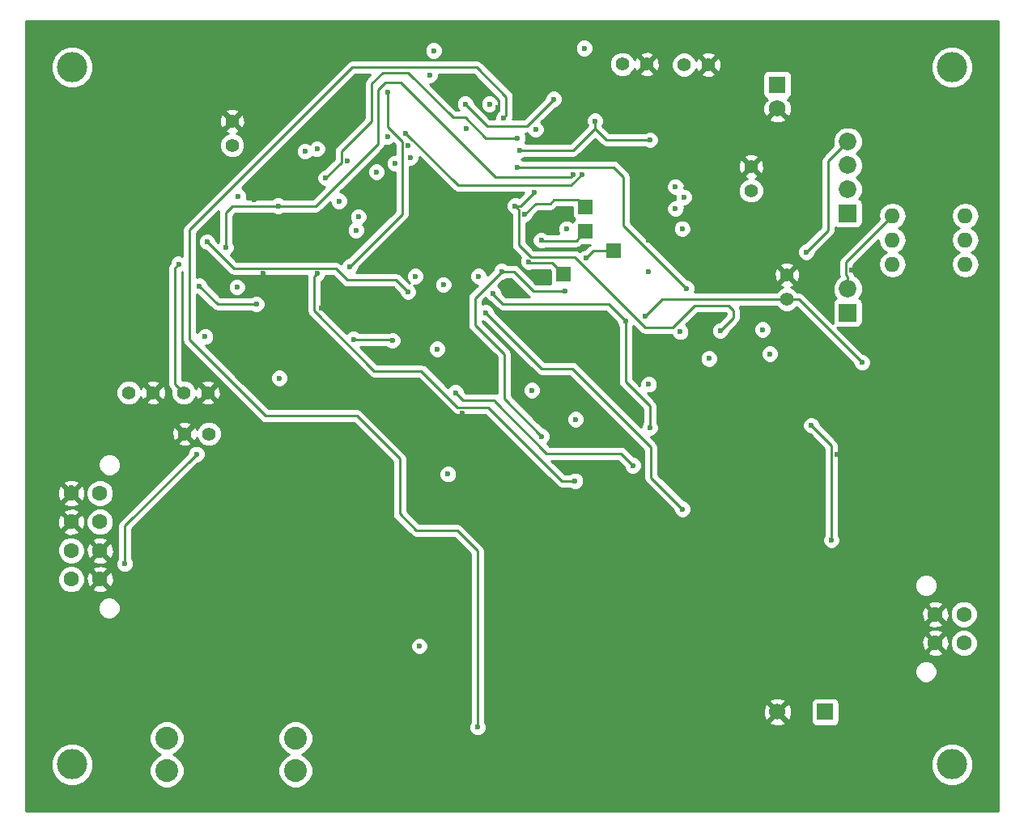
<source format=gbl>
G04 #@! TF.FileFunction,Copper,L4,Bot,Signal*
%FSLAX46Y46*%
G04 Gerber Fmt 4.6, Leading zero omitted, Abs format (unit mm)*
G04 Created by KiCad (PCBNEW 4.0.5+dfsg1-4) date Wed Feb  8 16:57:29 2017*
%MOMM*%
%LPD*%
G01*
G04 APERTURE LIST*
%ADD10C,0.100000*%
%ADD11C,0.600000*%
%ADD12R,1.850000X1.850000*%
%ADD13C,1.850000*%
%ADD14C,3.175000*%
%ADD15C,2.387600*%
%ADD16C,1.700000*%
%ADD17R,1.700000X1.700000*%
%ADD18C,1.400000*%
%ADD19R,1.500000X1.500000*%
%ADD20R,1.750000X1.750000*%
%ADD21C,1.750000*%
%ADD22C,1.600000*%
%ADD23O,1.600000X1.600000*%
%ADD24C,0.250000*%
%ADD25C,0.254000*%
G04 APERTURE END LIST*
D10*
D11*
X168997000Y-82209000D03*
X173061000Y-77637000D03*
X171029000Y-75859000D03*
X131151000Y-85003000D03*
X131659000Y-85765000D03*
X150201000Y-100497000D03*
X153757000Y-95417000D03*
X147407000Y-95163000D03*
X97531000Y-108026000D03*
X97831000Y-73726000D03*
X98631000Y-98251000D03*
X117581000Y-67801000D03*
X125381000Y-82776000D03*
X152981000Y-75801000D03*
X146981000Y-83001000D03*
X143106000Y-89901000D03*
X124231000Y-85226000D03*
X97906000Y-85226000D03*
X104381000Y-68626000D03*
X102681000Y-78576000D03*
X103581000Y-93326000D03*
D12*
X178562000Y-82042000D03*
D13*
X178562000Y-79542000D03*
X178562000Y-77042000D03*
X178562000Y-74542000D03*
D11*
X164656000Y-72826000D03*
X164656000Y-71751000D03*
X164681000Y-70151000D03*
X164681000Y-69076000D03*
X186931000Y-103426000D03*
X183331000Y-103426000D03*
X186931000Y-104901000D03*
X185156000Y-101976000D03*
X183331000Y-104901000D03*
X164556000Y-82376000D03*
X147556000Y-67676000D03*
X127956000Y-70176000D03*
X126056000Y-69676000D03*
X123556000Y-91976000D03*
X117456000Y-88376000D03*
X117456000Y-86076000D03*
X114581000Y-94651000D03*
X112806000Y-94826000D03*
X122756000Y-96876000D03*
X125281000Y-98801000D03*
X127856000Y-98876000D03*
X131456000Y-97176000D03*
X138256000Y-102976000D03*
X140256000Y-103376000D03*
X140256000Y-104476000D03*
X133356000Y-102701000D03*
X135381000Y-102701000D03*
X134381000Y-102701000D03*
X97356000Y-110776000D03*
X95456000Y-109026000D03*
X95356000Y-112801000D03*
X100056000Y-123576000D03*
X100056000Y-130976000D03*
X100056000Y-128676000D03*
X100056000Y-126276000D03*
X116856000Y-82976000D03*
X117156000Y-84276000D03*
X122706000Y-107276000D03*
X115206000Y-131526000D03*
X111956000Y-131526000D03*
X115206000Y-129526000D03*
X112956000Y-131526000D03*
X114006000Y-131526000D03*
X115206000Y-130526000D03*
X159256000Y-75776000D03*
X158181000Y-75776000D03*
X160356000Y-82876000D03*
X159856000Y-84876000D03*
X158756000Y-84876000D03*
X157756000Y-84876000D03*
X176556000Y-89976000D03*
X178956000Y-87976000D03*
X177106000Y-88376000D03*
X169756000Y-72376000D03*
X172606000Y-72476000D03*
X171206000Y-72976000D03*
X169256000Y-71026000D03*
X173206000Y-71026000D03*
X168956000Y-101526000D03*
X167956000Y-100526000D03*
X168206000Y-102926000D03*
X165956000Y-100526000D03*
X167781000Y-106026000D03*
X180706000Y-105776000D03*
X179456000Y-104676000D03*
X178481000Y-104651000D03*
X177456000Y-104676000D03*
X173456000Y-104776000D03*
X172456000Y-104776000D03*
X171456000Y-104776000D03*
X170456000Y-104776000D03*
X169456000Y-104776000D03*
X168456000Y-104776000D03*
X168456000Y-107276000D03*
X169456000Y-107276000D03*
X170456000Y-107276000D03*
X171456000Y-107276000D03*
X172456000Y-107276000D03*
X173456000Y-107276000D03*
X175206000Y-107276000D03*
X177456000Y-107276000D03*
X178456000Y-107276000D03*
X179456000Y-107276000D03*
X169856000Y-132976000D03*
X172656000Y-132876000D03*
X172556000Y-135676000D03*
X169856000Y-135676000D03*
X171256000Y-136226000D03*
X171206000Y-132326000D03*
X169256000Y-134276000D03*
X173156000Y-134226000D03*
X172706000Y-125026000D03*
X171706000Y-125026000D03*
X170706000Y-125026000D03*
X169706000Y-125026000D03*
X168956000Y-124026000D03*
X168956000Y-123026000D03*
X169706000Y-122276000D03*
X170706000Y-122276000D03*
X171706000Y-122276000D03*
X172706000Y-122276000D03*
X135456000Y-120526000D03*
X136456000Y-120526000D03*
X137206000Y-116776000D03*
X137206000Y-119776000D03*
X137206000Y-118776000D03*
X137206000Y-117776000D03*
X112456000Y-109526000D03*
X112456000Y-108526000D03*
X113231000Y-107576000D03*
X114231000Y-107576000D03*
X115231000Y-107576000D03*
X116231000Y-107576000D03*
X117231000Y-107576000D03*
X118231000Y-107576000D03*
X119231000Y-107576000D03*
X119956000Y-108526000D03*
X119956000Y-109526000D03*
X134206000Y-130276000D03*
X134206000Y-131526000D03*
X134206000Y-132776000D03*
X134206000Y-134026000D03*
X133206000Y-134776000D03*
X131956000Y-134776000D03*
X130706000Y-134776000D03*
X129706000Y-134026000D03*
X129706000Y-132776000D03*
X129706000Y-131526000D03*
X129706000Y-130276000D03*
X122706000Y-130026000D03*
X122706000Y-131276000D03*
X122706000Y-132526000D03*
X122706000Y-133776000D03*
X118206000Y-133776000D03*
X118206000Y-132526000D03*
X118206000Y-131276000D03*
X118206000Y-130026000D03*
X122706000Y-109776000D03*
X122706000Y-108526000D03*
X122706000Y-106026000D03*
X123706000Y-105276000D03*
X124956000Y-105276000D03*
X126206000Y-105276000D03*
X127206000Y-106026000D03*
X127206000Y-107276000D03*
X127206000Y-108526000D03*
X127206000Y-109776000D03*
X119456000Y-90276000D03*
X117706000Y-90276000D03*
X116506000Y-80651000D03*
X116506000Y-78401000D03*
X116506000Y-79526000D03*
X116456000Y-74776000D03*
X116206000Y-73276000D03*
X116206000Y-71776000D03*
X117456000Y-71026000D03*
X118956000Y-71026000D03*
X120456000Y-70776000D03*
X94456000Y-143526000D03*
X96206000Y-143526000D03*
X98706000Y-143526000D03*
X101206000Y-143526000D03*
X103706000Y-143526000D03*
X106206000Y-143526000D03*
X108706000Y-143526000D03*
X111206000Y-143526000D03*
X113706000Y-143526000D03*
X116206000Y-143526000D03*
X118706000Y-143526000D03*
X121206000Y-143526000D03*
X123706000Y-143526000D03*
X126206000Y-143526000D03*
X128706000Y-143526000D03*
X131206000Y-143526000D03*
X133706000Y-143526000D03*
X136206000Y-143526000D03*
X138706000Y-143526000D03*
X141206000Y-143526000D03*
X143706000Y-143526000D03*
X146206000Y-143526000D03*
X93456000Y-142776000D03*
X93456000Y-140276000D03*
X93456000Y-137776000D03*
X93456000Y-135276000D03*
X93456000Y-132776000D03*
X93456000Y-130276000D03*
X93456000Y-127776000D03*
X93456000Y-125276000D03*
X93456000Y-122776000D03*
X93456000Y-120276000D03*
X93456000Y-117776000D03*
X93456000Y-115276000D03*
X93456000Y-112776000D03*
X93456000Y-110276000D03*
X93456000Y-107776000D03*
X93456000Y-105276000D03*
X93456000Y-102776000D03*
X93456000Y-100276000D03*
X93456000Y-97776000D03*
X93456000Y-95276000D03*
X93456000Y-92776000D03*
X93456000Y-90276000D03*
X93456000Y-87776000D03*
X93456000Y-85276000D03*
X93456000Y-82776000D03*
X93456000Y-80276000D03*
X93456000Y-77776000D03*
X93456000Y-75276000D03*
X93456000Y-72776000D03*
X93456000Y-70276000D03*
X93456000Y-67776000D03*
X93456000Y-65276000D03*
X93456000Y-62776000D03*
X95706000Y-62776000D03*
X98206000Y-62776000D03*
X100706000Y-62776000D03*
X103206000Y-62776000D03*
X105706000Y-62776000D03*
X108206000Y-62776000D03*
X110706000Y-62776000D03*
X113206000Y-62776000D03*
X115706000Y-62776000D03*
X118206000Y-62776000D03*
X120706000Y-62776000D03*
X123206000Y-62776000D03*
X125706000Y-62776000D03*
X128206000Y-62776000D03*
X130706000Y-62776000D03*
X133206000Y-62776000D03*
X135706000Y-62776000D03*
X138206000Y-62776000D03*
X140706000Y-62776000D03*
X143206000Y-62776000D03*
X145706000Y-62776000D03*
X148206000Y-62776000D03*
X150706000Y-62776000D03*
X153206000Y-62776000D03*
X155706000Y-62776000D03*
X158206000Y-62776000D03*
X160706000Y-62776000D03*
X163206000Y-62776000D03*
X165706000Y-62776000D03*
X168206000Y-62776000D03*
X170706000Y-62776000D03*
X173206000Y-62776000D03*
X175706000Y-62776000D03*
X178206000Y-62776000D03*
X180706000Y-62776000D03*
X183206000Y-62776000D03*
X185706000Y-62776000D03*
X188206000Y-62776000D03*
X190706000Y-62776000D03*
X193206000Y-63526000D03*
X193206000Y-66026000D03*
X193206000Y-68526000D03*
X193206000Y-71026000D03*
X193206000Y-73526000D03*
X193206000Y-76026000D03*
X193206000Y-78526000D03*
X193206000Y-81026000D03*
X193206000Y-83526000D03*
X193206000Y-86026000D03*
X193206000Y-88526000D03*
X193206000Y-91026000D03*
X193206000Y-93526000D03*
X193206000Y-96026000D03*
X193206000Y-98526000D03*
X193206000Y-101026000D03*
X193206000Y-103526000D03*
X193206000Y-106026000D03*
X193206000Y-108526000D03*
X193206000Y-111026000D03*
X193206000Y-113526000D03*
X193206000Y-116026000D03*
X193206000Y-118526000D03*
X193206000Y-121026000D03*
X193206000Y-123526000D03*
X193206000Y-126026000D03*
X193206000Y-128526000D03*
X193206000Y-131026000D03*
X193206000Y-133526000D03*
X193206000Y-136026000D03*
X193206000Y-138526000D03*
X193206000Y-141026000D03*
X193206000Y-143526000D03*
X191206000Y-143526000D03*
X188706000Y-143526000D03*
X186206000Y-143526000D03*
X183706000Y-143526000D03*
X181206000Y-143526000D03*
X178706000Y-143526000D03*
X176206000Y-143526000D03*
X173706000Y-143526000D03*
X171206000Y-143526000D03*
X168706000Y-143526000D03*
X166206000Y-143526000D03*
X163706000Y-143526000D03*
X158706000Y-143526000D03*
X161206000Y-143526000D03*
X156206000Y-143526000D03*
X153706000Y-143526000D03*
X151206000Y-143526000D03*
D14*
X189456000Y-139776000D03*
D15*
X107352000Y-140427000D03*
X120814000Y-140427000D03*
X120814000Y-137023400D03*
X107352000Y-137023400D03*
D16*
X171206000Y-134276000D03*
D17*
X176206000Y-134276000D03*
D18*
X109220000Y-105156000D03*
X111760000Y-105156000D03*
X114173000Y-74930000D03*
X114173000Y-72390000D03*
X103378000Y-100838000D03*
X105918000Y-100838000D03*
X109093000Y-100838000D03*
X111633000Y-100838000D03*
X161442400Y-66497200D03*
X163982400Y-66497200D03*
X154990800Y-66446400D03*
X157530800Y-66446400D03*
D19*
X151130000Y-81407000D03*
X151130000Y-83947000D03*
X154076400Y-86004400D03*
X148844000Y-88392000D03*
D18*
X168456000Y-79676000D03*
X168456000Y-77136000D03*
X172212000Y-91059000D03*
X172212000Y-88519000D03*
D20*
X171196000Y-68580000D03*
D21*
X171196000Y-71080000D03*
D12*
X178562000Y-92456000D03*
D13*
X178562000Y-89956000D03*
D14*
X97456000Y-139776000D03*
X97456000Y-66776000D03*
X189456000Y-66776000D03*
D11*
X148706000Y-143526000D03*
D22*
X97356000Y-120376000D03*
X97356000Y-117376000D03*
X97356000Y-114376000D03*
X97356000Y-111376000D03*
X100356000Y-120376000D03*
X100356000Y-117376000D03*
X100356000Y-114376000D03*
X100356000Y-111376000D03*
D23*
X190856000Y-87406000D03*
X190856000Y-84866000D03*
X190856000Y-82326000D03*
X183236000Y-82326000D03*
X183236000Y-84866000D03*
X183236000Y-87406000D03*
D22*
X190731000Y-124051000D03*
X190731000Y-127051000D03*
X187731000Y-124051000D03*
X187731000Y-127051000D03*
D11*
X175181000Y-95751000D03*
X174081000Y-95726000D03*
X109220000Y-128524000D03*
X107950000Y-117602000D03*
X109220000Y-117856000D03*
X141986000Y-70993000D03*
X137160000Y-96012000D03*
X138811000Y-94742000D03*
X138303000Y-90170000D03*
X126238000Y-76581000D03*
X138684000Y-73152000D03*
X113504487Y-85641332D03*
X160556000Y-79276000D03*
X133756000Y-127376000D03*
X108585000Y-87376000D03*
X149809200Y-77978000D03*
X118999000Y-81280000D03*
X145542000Y-100584000D03*
X129286000Y-77724000D03*
X135636000Y-96266000D03*
X144018000Y-74168000D03*
X123952000Y-78359000D03*
X134874000Y-67564000D03*
X145923000Y-73279000D03*
X126492000Y-87630000D03*
X130429000Y-69342000D03*
X146558000Y-105410000D03*
X148971000Y-90170000D03*
X142367000Y-88138000D03*
X157861000Y-104521000D03*
X141478000Y-90424000D03*
X155321000Y-93345000D03*
X157734000Y-88138000D03*
X139954000Y-88646000D03*
X126873000Y-95250000D03*
X130937000Y-95377000D03*
X136756000Y-109376000D03*
X161456000Y-80376000D03*
X141097000Y-70612000D03*
X133350000Y-88646000D03*
X121793000Y-75565000D03*
X125349000Y-80772000D03*
X132588000Y-74930000D03*
X151003000Y-64770000D03*
X145756000Y-79876000D03*
X164056000Y-97276000D03*
X160556000Y-81576000D03*
X143764000Y-81280000D03*
X165227000Y-94361000D03*
X149156000Y-83676000D03*
X174756000Y-104276000D03*
X176856000Y-116276000D03*
X157886400Y-74371200D03*
X152146000Y-72390000D03*
X144272000Y-75438000D03*
X150756000Y-77976000D03*
X132334000Y-73660000D03*
X102956000Y-118776000D03*
X110456000Y-107276000D03*
X142556000Y-72076000D03*
X139856000Y-135876000D03*
X123056000Y-88376009D03*
X150056000Y-110076000D03*
X150114000Y-103632000D03*
X136271000Y-89535000D03*
X140716000Y-92456000D03*
X161290000Y-113030000D03*
X156083000Y-108458000D03*
X137541000Y-100838000D03*
X157756000Y-99976000D03*
X111356000Y-94976000D03*
X123063000Y-75311000D03*
X161671000Y-89916000D03*
X144018000Y-77216000D03*
X127127000Y-83820000D03*
X130429000Y-74041000D03*
X114808000Y-80264000D03*
X114681000Y-89789000D03*
X119126000Y-99314000D03*
X131191000Y-76835000D03*
X135255000Y-65024000D03*
X116713000Y-91567000D03*
X110744000Y-89662000D03*
X145186400Y-87122000D03*
X151180800Y-86766400D03*
X146507200Y-84886800D03*
X144780000Y-82169000D03*
X161256000Y-83676000D03*
X161056000Y-94476000D03*
X180056000Y-97676000D03*
X157353000Y-92837000D03*
X169672000Y-94234000D03*
X170434000Y-96774000D03*
X127381000Y-82423000D03*
X147828000Y-70104000D03*
X138557000Y-70612000D03*
X132842000Y-76200000D03*
X174244000Y-86106000D03*
X111556000Y-85051000D03*
X132581000Y-90301000D03*
D24*
X113504487Y-85217068D02*
X113504487Y-85641332D01*
X118999000Y-81280000D02*
X114214772Y-81280000D01*
X114214772Y-81280000D02*
X113504487Y-81990285D01*
X113504487Y-81990285D02*
X113504487Y-85217068D01*
X108204000Y-99949000D02*
X109093000Y-100838000D01*
X108204000Y-87757000D02*
X108204000Y-99949000D01*
X108585000Y-87376000D02*
X108204000Y-87757000D01*
X129413000Y-74803000D02*
X122936000Y-81280000D01*
X149809200Y-77978000D02*
X149555200Y-78232000D01*
X149555200Y-78232000D02*
X146558000Y-78232000D01*
X122936000Y-81280000D02*
X118999000Y-81280000D01*
X146558000Y-78232000D02*
X141732000Y-78232000D01*
X141732000Y-78232000D02*
X131826000Y-68326000D01*
X131826000Y-68326000D02*
X130175000Y-68326000D01*
X130175000Y-68326000D02*
X129413000Y-69088000D01*
X129413000Y-69088000D02*
X129413000Y-74803000D01*
X140716000Y-74168000D02*
X144018000Y-74168000D01*
X138557000Y-72009000D02*
X140716000Y-74168000D01*
X137287000Y-72009000D02*
X138557000Y-72009000D01*
X132588000Y-67310000D02*
X137287000Y-72009000D01*
X129921000Y-67310000D02*
X132588000Y-67310000D01*
X128778000Y-68453000D02*
X129921000Y-67310000D01*
X128778000Y-72390000D02*
X128778000Y-68453000D01*
X125603000Y-75565000D02*
X128778000Y-72390000D01*
X125603000Y-76708000D02*
X125603000Y-75565000D01*
X123952000Y-78359000D02*
X125603000Y-76708000D01*
X131953000Y-82169000D02*
X126492000Y-87630000D01*
X131953000Y-74549000D02*
X131953000Y-82169000D01*
X130429000Y-73025000D02*
X131953000Y-74549000D01*
X130429000Y-69342000D02*
X130429000Y-73025000D01*
X142367000Y-88138000D02*
X143637000Y-88138000D01*
X145669000Y-90170000D02*
X148971000Y-90170000D01*
X143637000Y-88138000D02*
X145669000Y-90170000D01*
X142367000Y-88138000D02*
X139573000Y-90932000D01*
X142621000Y-101473000D02*
X146558000Y-105410000D01*
X142621000Y-96774000D02*
X142621000Y-101473000D01*
X139573000Y-93726000D02*
X142621000Y-96774000D01*
X139573000Y-90932000D02*
X139573000Y-93726000D01*
X148971000Y-90170000D02*
X148844000Y-90043000D01*
X155321000Y-93345000D02*
X155321000Y-99695000D01*
X157861000Y-102235000D02*
X157861000Y-104521000D01*
X155321000Y-99695000D02*
X157861000Y-102235000D01*
X141478000Y-90424000D02*
X141478000Y-90551000D01*
X153543000Y-91567000D02*
X155321000Y-93345000D01*
X142494000Y-91567000D02*
X153543000Y-91567000D01*
X141478000Y-90551000D02*
X142494000Y-91567000D01*
X130810000Y-95250000D02*
X126873000Y-95250000D01*
X130937000Y-95377000D02*
X130810000Y-95250000D01*
X143764000Y-81280000D02*
X144352000Y-81280000D01*
X144352000Y-81280000D02*
X145756000Y-79876000D01*
X161417000Y-92837000D02*
X162560000Y-91694000D01*
X143764000Y-81280000D02*
X144145000Y-81661000D01*
X144145000Y-81661000D02*
X144145000Y-85344000D01*
X144145000Y-85344000D02*
X145415000Y-86614000D01*
X145415000Y-86614000D02*
X149987000Y-86614000D01*
X149987000Y-86614000D02*
X156337000Y-92964000D01*
X156337000Y-92964000D02*
X157353000Y-93980000D01*
X157353000Y-93980000D02*
X160274000Y-93980000D01*
X160274000Y-93980000D02*
X161417000Y-92837000D01*
X166624000Y-92964000D02*
X165227000Y-94361000D01*
X166624000Y-92202000D02*
X166624000Y-92964000D01*
X166116000Y-91694000D02*
X166624000Y-92202000D01*
X162560000Y-91694000D02*
X166116000Y-91694000D01*
X176856000Y-106376000D02*
X176856000Y-116276000D01*
X174756000Y-104276000D02*
X176856000Y-106376000D01*
X152146000Y-72390000D02*
X152146000Y-73202800D01*
X153314400Y-74371200D02*
X157886400Y-74371200D01*
X152146000Y-73202800D02*
X153314400Y-74371200D01*
X152146000Y-73152000D02*
X152146000Y-72390000D01*
X149860000Y-75438000D02*
X152146000Y-73152000D01*
X144272000Y-75438000D02*
X149860000Y-75438000D01*
X152146000Y-72390000D02*
X152019000Y-72263000D01*
X149656352Y-79075648D02*
X149656352Y-79081348D01*
X150756000Y-77976000D02*
X149656352Y-79075648D01*
X137795000Y-79121000D02*
X149656352Y-79081348D01*
X132334000Y-73660000D02*
X137795000Y-79121000D01*
X102956000Y-114776000D02*
X102956000Y-118776000D01*
X110456000Y-107276000D02*
X102956000Y-114776000D01*
X109756000Y-94476000D02*
X109756000Y-95326000D01*
X142556000Y-72076000D02*
X142856000Y-71776000D01*
X142856000Y-71776000D02*
X142856000Y-69876000D01*
X142856000Y-69876000D02*
X139756000Y-66776000D01*
X139756000Y-66776000D02*
X126756000Y-66776000D01*
X126756000Y-66776000D02*
X109756000Y-83776000D01*
X109756000Y-83776000D02*
X109756000Y-94476000D01*
X139856000Y-124576000D02*
X139856000Y-135876000D01*
X139856000Y-117426000D02*
X139856000Y-124576000D01*
X137706000Y-115276000D02*
X139856000Y-117426000D01*
X133456000Y-115276000D02*
X137706000Y-115276000D01*
X131706000Y-113526000D02*
X133456000Y-115276000D01*
X131706000Y-107776000D02*
X131706000Y-113526000D01*
X127206000Y-103276000D02*
X131706000Y-107776000D01*
X117706000Y-103276000D02*
X127206000Y-103276000D01*
X109756000Y-95326000D02*
X117706000Y-103276000D01*
X122756001Y-92276001D02*
X122756001Y-88676008D01*
X129056000Y-98576000D02*
X122756001Y-92276001D01*
X148656000Y-110076000D02*
X140956000Y-102376000D01*
X133956000Y-98576000D02*
X129056000Y-98576000D01*
X137756000Y-102376000D02*
X133956000Y-98576000D01*
X150056000Y-110076000D02*
X148656000Y-110076000D01*
X140956000Y-102376000D02*
X137756000Y-102376000D01*
X122756001Y-88676008D02*
X123056000Y-88376009D01*
X146558000Y-98298000D02*
X140716000Y-92456000D01*
X149733000Y-98298000D02*
X146558000Y-98298000D01*
X157988000Y-106553000D02*
X149733000Y-98298000D01*
X157988000Y-109728000D02*
X157988000Y-106553000D01*
X161290000Y-113030000D02*
X157988000Y-109728000D01*
X141605000Y-101600000D02*
X141605000Y-101727000D01*
X138303000Y-101600000D02*
X141605000Y-101600000D01*
X137541000Y-100838000D02*
X138303000Y-101600000D01*
X154813000Y-107188000D02*
X156083000Y-108458000D01*
X147066000Y-107188000D02*
X154813000Y-107188000D01*
X141605000Y-101727000D02*
X147066000Y-107188000D01*
X161671000Y-89916000D02*
X155067000Y-83312000D01*
X155067000Y-83312000D02*
X155067000Y-78232000D01*
X155067000Y-78232000D02*
X154051000Y-77216000D01*
X154051000Y-77216000D02*
X144018000Y-77216000D01*
X112649000Y-91567000D02*
X116713000Y-91567000D01*
X110744000Y-89662000D02*
X112649000Y-91567000D01*
X147675600Y-87223600D02*
X148844000Y-88392000D01*
X145288000Y-87223600D02*
X147675600Y-87223600D01*
X145186400Y-87122000D02*
X145288000Y-87223600D01*
X151180800Y-86766400D02*
X151942800Y-86004400D01*
X154076400Y-86004400D02*
X151942800Y-86004400D01*
X146545300Y-84924900D02*
X150152100Y-84924900D01*
X146507200Y-84886800D02*
X146545300Y-84924900D01*
X150139400Y-84937600D02*
X150152100Y-84924900D01*
X150152100Y-84924900D02*
X151130000Y-83947000D01*
X150368000Y-80645000D02*
X151130000Y-81407000D01*
X147828000Y-80645000D02*
X150368000Y-80645000D01*
X147447000Y-81026000D02*
X147828000Y-80645000D01*
X145923000Y-81026000D02*
X147447000Y-81026000D01*
X144780000Y-82169000D02*
X145923000Y-81026000D01*
X172212000Y-91059000D02*
X173439000Y-91059000D01*
X173439000Y-91059000D02*
X180056000Y-97676000D01*
X159131000Y-91059000D02*
X172212000Y-91059000D01*
X157353000Y-92837000D02*
X159131000Y-91059000D01*
X140843000Y-72898000D02*
X138557000Y-70612000D01*
X145034000Y-72898000D02*
X140843000Y-72898000D01*
X147828000Y-70104000D02*
X145034000Y-72898000D01*
X176530000Y-76574000D02*
X178562000Y-74542000D01*
X176530000Y-83820000D02*
X176530000Y-76574000D01*
X174244000Y-86106000D02*
X176530000Y-83820000D01*
X183236000Y-82326000D02*
X178407199Y-87154801D01*
X178407199Y-87154801D02*
X178407199Y-88493052D01*
X178407199Y-88493052D02*
X178562000Y-88647853D01*
X178562000Y-88647853D02*
X178562000Y-89956000D01*
X114332199Y-87827199D02*
X111556000Y-85051000D01*
X126256000Y-89051000D02*
X125032199Y-87827199D01*
X125032199Y-87827199D02*
X114332199Y-87827199D01*
X131331000Y-89051000D02*
X126256000Y-89051000D01*
X132581000Y-90301000D02*
X131331000Y-89051000D01*
D25*
G36*
X194329000Y-144649000D02*
X92583000Y-144649000D01*
X92583000Y-140216143D01*
X95233115Y-140216143D01*
X95570758Y-141033300D01*
X96195411Y-141659045D01*
X97011978Y-141998113D01*
X97896143Y-141998885D01*
X98713300Y-141661242D01*
X99339045Y-141036589D01*
X99678113Y-140220022D01*
X99678885Y-139335857D01*
X99341242Y-138518700D01*
X98716589Y-137892955D01*
X97900022Y-137553887D01*
X97015857Y-137553115D01*
X96198700Y-137890758D01*
X95572955Y-138515411D01*
X95233887Y-139331978D01*
X95233115Y-140216143D01*
X92583000Y-140216143D01*
X92583000Y-137385575D01*
X105522884Y-137385575D01*
X105800715Y-138057978D01*
X106314716Y-138572877D01*
X106681623Y-138725230D01*
X106317422Y-138875715D01*
X105802523Y-139389716D01*
X105523518Y-140061633D01*
X105522884Y-140789175D01*
X105800715Y-141461578D01*
X106314716Y-141976477D01*
X106986633Y-142255482D01*
X107714175Y-142256116D01*
X108386578Y-141978285D01*
X108901477Y-141464284D01*
X109180482Y-140792367D01*
X109181116Y-140064825D01*
X108903285Y-139392422D01*
X108389284Y-138877523D01*
X108022377Y-138725170D01*
X108386578Y-138574685D01*
X108901477Y-138060684D01*
X109180482Y-137388767D01*
X109180484Y-137385575D01*
X118984884Y-137385575D01*
X119262715Y-138057978D01*
X119776716Y-138572877D01*
X120143623Y-138725230D01*
X119779422Y-138875715D01*
X119264523Y-139389716D01*
X118985518Y-140061633D01*
X118984884Y-140789175D01*
X119262715Y-141461578D01*
X119776716Y-141976477D01*
X120448633Y-142255482D01*
X121176175Y-142256116D01*
X121848578Y-141978285D01*
X122363477Y-141464284D01*
X122642482Y-140792367D01*
X122642984Y-140216143D01*
X187233115Y-140216143D01*
X187570758Y-141033300D01*
X188195411Y-141659045D01*
X189011978Y-141998113D01*
X189896143Y-141998885D01*
X190713300Y-141661242D01*
X191339045Y-141036589D01*
X191678113Y-140220022D01*
X191678885Y-139335857D01*
X191341242Y-138518700D01*
X190716589Y-137892955D01*
X189900022Y-137553887D01*
X189015857Y-137553115D01*
X188198700Y-137890758D01*
X187572955Y-138515411D01*
X187233887Y-139331978D01*
X187233115Y-140216143D01*
X122642984Y-140216143D01*
X122643116Y-140064825D01*
X122365285Y-139392422D01*
X121851284Y-138877523D01*
X121484377Y-138725170D01*
X121848578Y-138574685D01*
X122363477Y-138060684D01*
X122642482Y-137388767D01*
X122643116Y-136661225D01*
X122365285Y-135988822D01*
X121851284Y-135473923D01*
X121179367Y-135194918D01*
X120451825Y-135194284D01*
X119779422Y-135472115D01*
X119264523Y-135986116D01*
X118985518Y-136658033D01*
X118984884Y-137385575D01*
X109180484Y-137385575D01*
X109181116Y-136661225D01*
X108903285Y-135988822D01*
X108389284Y-135473923D01*
X107717367Y-135194918D01*
X106989825Y-135194284D01*
X106317422Y-135472115D01*
X105802523Y-135986116D01*
X105523518Y-136658033D01*
X105522884Y-137385575D01*
X92583000Y-137385575D01*
X92583000Y-127561167D01*
X132820838Y-127561167D01*
X132962883Y-127904943D01*
X133225673Y-128168192D01*
X133569201Y-128310838D01*
X133941167Y-128311162D01*
X134284943Y-128169117D01*
X134548192Y-127906327D01*
X134690838Y-127562799D01*
X134691162Y-127190833D01*
X134549117Y-126847057D01*
X134286327Y-126583808D01*
X133942799Y-126441162D01*
X133570833Y-126440838D01*
X133227057Y-126582883D01*
X132963808Y-126845673D01*
X132821162Y-127189201D01*
X132820838Y-127561167D01*
X92583000Y-127561167D01*
X92583000Y-123610677D01*
X100110794Y-123610677D01*
X100290820Y-124046372D01*
X100623875Y-124380009D01*
X101059255Y-124560794D01*
X101530677Y-124561206D01*
X101966372Y-124381180D01*
X102300009Y-124048125D01*
X102480794Y-123612745D01*
X102481206Y-123141323D01*
X102301180Y-122705628D01*
X101968125Y-122371991D01*
X101532745Y-122191206D01*
X101061323Y-122190794D01*
X100625628Y-122370820D01*
X100291991Y-122703875D01*
X100111206Y-123139255D01*
X100110794Y-123610677D01*
X92583000Y-123610677D01*
X92583000Y-120660187D01*
X95920752Y-120660187D01*
X96138757Y-121187800D01*
X96542077Y-121591824D01*
X97069309Y-121810750D01*
X97640187Y-121811248D01*
X98167800Y-121593243D01*
X98377663Y-121383745D01*
X99527861Y-121383745D01*
X99601995Y-121629864D01*
X100139223Y-121822965D01*
X100709454Y-121795778D01*
X101110005Y-121629864D01*
X101184139Y-121383745D01*
X100356000Y-120555605D01*
X99527861Y-121383745D01*
X98377663Y-121383745D01*
X98571824Y-121189923D01*
X98790750Y-120662691D01*
X98791189Y-120159223D01*
X98909035Y-120159223D01*
X98936222Y-120729454D01*
X99102136Y-121130005D01*
X99348255Y-121204139D01*
X100176395Y-120376000D01*
X100535605Y-120376000D01*
X101363745Y-121204139D01*
X101609864Y-121130005D01*
X101802965Y-120592777D01*
X101775778Y-120022546D01*
X101609864Y-119621995D01*
X101363745Y-119547861D01*
X100535605Y-120376000D01*
X100176395Y-120376000D01*
X99348255Y-119547861D01*
X99102136Y-119621995D01*
X98909035Y-120159223D01*
X98791189Y-120159223D01*
X98791248Y-120091813D01*
X98573243Y-119564200D01*
X98377640Y-119368255D01*
X99527861Y-119368255D01*
X100356000Y-120196395D01*
X101184139Y-119368255D01*
X101110005Y-119122136D01*
X100662172Y-118961167D01*
X102020838Y-118961167D01*
X102162883Y-119304943D01*
X102425673Y-119568192D01*
X102769201Y-119710838D01*
X103141167Y-119711162D01*
X103484943Y-119569117D01*
X103748192Y-119306327D01*
X103890838Y-118962799D01*
X103891162Y-118590833D01*
X103749117Y-118247057D01*
X103716000Y-118213882D01*
X103716000Y-115090802D01*
X110595680Y-108211122D01*
X110641167Y-108211162D01*
X110984943Y-108069117D01*
X111248192Y-107806327D01*
X111390838Y-107462799D01*
X111391162Y-107090833D01*
X111249117Y-106747057D01*
X110986327Y-106483808D01*
X110642799Y-106341162D01*
X110270833Y-106340838D01*
X109927057Y-106482883D01*
X109663808Y-106745673D01*
X109521162Y-107089201D01*
X109521121Y-107136077D01*
X102418599Y-114238599D01*
X102253852Y-114485161D01*
X102196000Y-114776000D01*
X102196000Y-118213537D01*
X102163808Y-118245673D01*
X102021162Y-118589201D01*
X102020838Y-118961167D01*
X100662172Y-118961167D01*
X100572777Y-118929035D01*
X100002546Y-118956222D01*
X99601995Y-119122136D01*
X99527861Y-119368255D01*
X98377640Y-119368255D01*
X98169923Y-119160176D01*
X97642691Y-118941250D01*
X97071813Y-118940752D01*
X96544200Y-119158757D01*
X96140176Y-119562077D01*
X95921250Y-120089309D01*
X95920752Y-120660187D01*
X92583000Y-120660187D01*
X92583000Y-117660187D01*
X95920752Y-117660187D01*
X96138757Y-118187800D01*
X96542077Y-118591824D01*
X97069309Y-118810750D01*
X97640187Y-118811248D01*
X98167800Y-118593243D01*
X98377663Y-118383745D01*
X99527861Y-118383745D01*
X99601995Y-118629864D01*
X100139223Y-118822965D01*
X100709454Y-118795778D01*
X101110005Y-118629864D01*
X101184139Y-118383745D01*
X100356000Y-117555605D01*
X99527861Y-118383745D01*
X98377663Y-118383745D01*
X98571824Y-118189923D01*
X98790750Y-117662691D01*
X98791189Y-117159223D01*
X98909035Y-117159223D01*
X98936222Y-117729454D01*
X99102136Y-118130005D01*
X99348255Y-118204139D01*
X100176395Y-117376000D01*
X100535605Y-117376000D01*
X101363745Y-118204139D01*
X101609864Y-118130005D01*
X101802965Y-117592777D01*
X101775778Y-117022546D01*
X101609864Y-116621995D01*
X101363745Y-116547861D01*
X100535605Y-117376000D01*
X100176395Y-117376000D01*
X99348255Y-116547861D01*
X99102136Y-116621995D01*
X98909035Y-117159223D01*
X98791189Y-117159223D01*
X98791248Y-117091813D01*
X98573243Y-116564200D01*
X98377640Y-116368255D01*
X99527861Y-116368255D01*
X100356000Y-117196395D01*
X101184139Y-116368255D01*
X101110005Y-116122136D01*
X100572777Y-115929035D01*
X100002546Y-115956222D01*
X99601995Y-116122136D01*
X99527861Y-116368255D01*
X98377640Y-116368255D01*
X98169923Y-116160176D01*
X97642691Y-115941250D01*
X97071813Y-115940752D01*
X96544200Y-116158757D01*
X96140176Y-116562077D01*
X95921250Y-117089309D01*
X95920752Y-117660187D01*
X92583000Y-117660187D01*
X92583000Y-115383745D01*
X96527861Y-115383745D01*
X96601995Y-115629864D01*
X97139223Y-115822965D01*
X97709454Y-115795778D01*
X98110005Y-115629864D01*
X98184139Y-115383745D01*
X97356000Y-114555605D01*
X96527861Y-115383745D01*
X92583000Y-115383745D01*
X92583000Y-114159223D01*
X95909035Y-114159223D01*
X95936222Y-114729454D01*
X96102136Y-115130005D01*
X96348255Y-115204139D01*
X97176395Y-114376000D01*
X97535605Y-114376000D01*
X98363745Y-115204139D01*
X98609864Y-115130005D01*
X98778735Y-114660187D01*
X98920752Y-114660187D01*
X99138757Y-115187800D01*
X99542077Y-115591824D01*
X100069309Y-115810750D01*
X100640187Y-115811248D01*
X101167800Y-115593243D01*
X101571824Y-115189923D01*
X101790750Y-114662691D01*
X101791248Y-114091813D01*
X101573243Y-113564200D01*
X101169923Y-113160176D01*
X100642691Y-112941250D01*
X100071813Y-112940752D01*
X99544200Y-113158757D01*
X99140176Y-113562077D01*
X98921250Y-114089309D01*
X98920752Y-114660187D01*
X98778735Y-114660187D01*
X98802965Y-114592777D01*
X98775778Y-114022546D01*
X98609864Y-113621995D01*
X98363745Y-113547861D01*
X97535605Y-114376000D01*
X97176395Y-114376000D01*
X96348255Y-113547861D01*
X96102136Y-113621995D01*
X95909035Y-114159223D01*
X92583000Y-114159223D01*
X92583000Y-113368255D01*
X96527861Y-113368255D01*
X97356000Y-114196395D01*
X98184139Y-113368255D01*
X98110005Y-113122136D01*
X97572777Y-112929035D01*
X97002546Y-112956222D01*
X96601995Y-113122136D01*
X96527861Y-113368255D01*
X92583000Y-113368255D01*
X92583000Y-112383745D01*
X96527861Y-112383745D01*
X96601995Y-112629864D01*
X97139223Y-112822965D01*
X97709454Y-112795778D01*
X98110005Y-112629864D01*
X98184139Y-112383745D01*
X97356000Y-111555605D01*
X96527861Y-112383745D01*
X92583000Y-112383745D01*
X92583000Y-111159223D01*
X95909035Y-111159223D01*
X95936222Y-111729454D01*
X96102136Y-112130005D01*
X96348255Y-112204139D01*
X97176395Y-111376000D01*
X97535605Y-111376000D01*
X98363745Y-112204139D01*
X98609864Y-112130005D01*
X98778735Y-111660187D01*
X98920752Y-111660187D01*
X99138757Y-112187800D01*
X99542077Y-112591824D01*
X100069309Y-112810750D01*
X100640187Y-112811248D01*
X101167800Y-112593243D01*
X101571824Y-112189923D01*
X101790750Y-111662691D01*
X101791248Y-111091813D01*
X101573243Y-110564200D01*
X101169923Y-110160176D01*
X100642691Y-109941250D01*
X100071813Y-109940752D01*
X99544200Y-110158757D01*
X99140176Y-110562077D01*
X98921250Y-111089309D01*
X98920752Y-111660187D01*
X98778735Y-111660187D01*
X98802965Y-111592777D01*
X98775778Y-111022546D01*
X98609864Y-110621995D01*
X98363745Y-110547861D01*
X97535605Y-111376000D01*
X97176395Y-111376000D01*
X96348255Y-110547861D01*
X96102136Y-110621995D01*
X95909035Y-111159223D01*
X92583000Y-111159223D01*
X92583000Y-110368255D01*
X96527861Y-110368255D01*
X97356000Y-111196395D01*
X98184139Y-110368255D01*
X98110005Y-110122136D01*
X97572777Y-109929035D01*
X97002546Y-109956222D01*
X96601995Y-110122136D01*
X96527861Y-110368255D01*
X92583000Y-110368255D01*
X92583000Y-108610677D01*
X100170794Y-108610677D01*
X100350820Y-109046372D01*
X100683875Y-109380009D01*
X101119255Y-109560794D01*
X101590677Y-109561206D01*
X102026372Y-109381180D01*
X102360009Y-109048125D01*
X102540794Y-108612745D01*
X102541206Y-108141323D01*
X102361180Y-107705628D01*
X102028125Y-107371991D01*
X101592745Y-107191206D01*
X101121323Y-107190794D01*
X100685628Y-107370820D01*
X100351991Y-107703875D01*
X100171206Y-108139255D01*
X100170794Y-108610677D01*
X92583000Y-108610677D01*
X92583000Y-106091275D01*
X108464331Y-106091275D01*
X108526169Y-106327042D01*
X109027122Y-106503419D01*
X109557440Y-106474664D01*
X109913831Y-106327042D01*
X109975669Y-106091275D01*
X109220000Y-105335605D01*
X108464331Y-106091275D01*
X92583000Y-106091275D01*
X92583000Y-104963122D01*
X107872581Y-104963122D01*
X107901336Y-105493440D01*
X108048958Y-105849831D01*
X108284725Y-105911669D01*
X109040395Y-105156000D01*
X109399605Y-105156000D01*
X110155275Y-105911669D01*
X110391042Y-105849831D01*
X110488196Y-105573889D01*
X110627582Y-105911229D01*
X111002796Y-106287098D01*
X111493287Y-106490768D01*
X112024383Y-106491231D01*
X112515229Y-106288418D01*
X112891098Y-105913204D01*
X113094768Y-105422713D01*
X113095231Y-104891617D01*
X112892418Y-104400771D01*
X112517204Y-104024902D01*
X112026713Y-103821232D01*
X111495617Y-103820769D01*
X111004771Y-104023582D01*
X110628902Y-104398796D01*
X110496684Y-104717212D01*
X110391042Y-104462169D01*
X110155275Y-104400331D01*
X109399605Y-105156000D01*
X109040395Y-105156000D01*
X108284725Y-104400331D01*
X108048958Y-104462169D01*
X107872581Y-104963122D01*
X92583000Y-104963122D01*
X92583000Y-104220725D01*
X108464331Y-104220725D01*
X109220000Y-104976395D01*
X109975669Y-104220725D01*
X109913831Y-103984958D01*
X109412878Y-103808581D01*
X108882560Y-103837336D01*
X108526169Y-103984958D01*
X108464331Y-104220725D01*
X92583000Y-104220725D01*
X92583000Y-101102383D01*
X102042769Y-101102383D01*
X102245582Y-101593229D01*
X102620796Y-101969098D01*
X103111287Y-102172768D01*
X103642383Y-102173231D01*
X104133229Y-101970418D01*
X104330716Y-101773275D01*
X105162331Y-101773275D01*
X105224169Y-102009042D01*
X105725122Y-102185419D01*
X106255440Y-102156664D01*
X106611831Y-102009042D01*
X106673669Y-101773275D01*
X105918000Y-101017605D01*
X105162331Y-101773275D01*
X104330716Y-101773275D01*
X104509098Y-101595204D01*
X104641316Y-101276788D01*
X104746958Y-101531831D01*
X104982725Y-101593669D01*
X105738395Y-100838000D01*
X106097605Y-100838000D01*
X106853275Y-101593669D01*
X107089042Y-101531831D01*
X107265419Y-101030878D01*
X107236664Y-100500560D01*
X107089042Y-100144169D01*
X106853275Y-100082331D01*
X106097605Y-100838000D01*
X105738395Y-100838000D01*
X104982725Y-100082331D01*
X104746958Y-100144169D01*
X104649804Y-100420111D01*
X104510418Y-100082771D01*
X104330686Y-99902725D01*
X105162331Y-99902725D01*
X105918000Y-100658395D01*
X106673669Y-99902725D01*
X106611831Y-99666958D01*
X106110878Y-99490581D01*
X105580560Y-99519336D01*
X105224169Y-99666958D01*
X105162331Y-99902725D01*
X104330686Y-99902725D01*
X104135204Y-99706902D01*
X103644713Y-99503232D01*
X103113617Y-99502769D01*
X102622771Y-99705582D01*
X102246902Y-100080796D01*
X102043232Y-100571287D01*
X102042769Y-101102383D01*
X92583000Y-101102383D01*
X92583000Y-87757000D01*
X107444000Y-87757000D01*
X107444000Y-99949000D01*
X107501852Y-100239839D01*
X107666599Y-100486401D01*
X107758226Y-100578028D01*
X107757769Y-101102383D01*
X107960582Y-101593229D01*
X108335796Y-101969098D01*
X108826287Y-102172768D01*
X109357383Y-102173231D01*
X109848229Y-101970418D01*
X110045716Y-101773275D01*
X110877331Y-101773275D01*
X110939169Y-102009042D01*
X111440122Y-102185419D01*
X111970440Y-102156664D01*
X112326831Y-102009042D01*
X112388669Y-101773275D01*
X111633000Y-101017605D01*
X110877331Y-101773275D01*
X110045716Y-101773275D01*
X110224098Y-101595204D01*
X110356316Y-101276788D01*
X110461958Y-101531831D01*
X110697725Y-101593669D01*
X111453395Y-100838000D01*
X111812605Y-100838000D01*
X112568275Y-101593669D01*
X112804042Y-101531831D01*
X112980419Y-101030878D01*
X112951664Y-100500560D01*
X112804042Y-100144169D01*
X112568275Y-100082331D01*
X111812605Y-100838000D01*
X111453395Y-100838000D01*
X110697725Y-100082331D01*
X110461958Y-100144169D01*
X110364804Y-100420111D01*
X110225418Y-100082771D01*
X110045686Y-99902725D01*
X110877331Y-99902725D01*
X111633000Y-100658395D01*
X112388669Y-99902725D01*
X112326831Y-99666958D01*
X111825878Y-99490581D01*
X111295560Y-99519336D01*
X110939169Y-99666958D01*
X110877331Y-99902725D01*
X110045686Y-99902725D01*
X109850204Y-99706902D01*
X109359713Y-99503232D01*
X108964000Y-99502887D01*
X108964000Y-88231072D01*
X108996000Y-88217850D01*
X108996000Y-95326000D01*
X109053852Y-95616839D01*
X109218599Y-95863401D01*
X117168599Y-103813401D01*
X117415161Y-103978148D01*
X117706000Y-104036000D01*
X126891198Y-104036000D01*
X130946000Y-108090802D01*
X130946000Y-113526000D01*
X131003852Y-113816839D01*
X131168599Y-114063401D01*
X132918599Y-115813401D01*
X133165161Y-115978148D01*
X133456000Y-116036000D01*
X137391198Y-116036000D01*
X139096000Y-117740802D01*
X139096000Y-135313537D01*
X139063808Y-135345673D01*
X138921162Y-135689201D01*
X138920838Y-136061167D01*
X139062883Y-136404943D01*
X139325673Y-136668192D01*
X139669201Y-136810838D01*
X140041167Y-136811162D01*
X140384943Y-136669117D01*
X140648192Y-136406327D01*
X140790838Y-136062799D01*
X140791162Y-135690833D01*
X140649117Y-135347057D01*
X140622066Y-135319958D01*
X170341647Y-135319958D01*
X170421920Y-135571259D01*
X170977279Y-135772718D01*
X171567458Y-135746315D01*
X171990080Y-135571259D01*
X172070353Y-135319958D01*
X171206000Y-134455605D01*
X170341647Y-135319958D01*
X140622066Y-135319958D01*
X140616000Y-135313882D01*
X140616000Y-134047279D01*
X169709282Y-134047279D01*
X169735685Y-134637458D01*
X169910741Y-135060080D01*
X170162042Y-135140353D01*
X171026395Y-134276000D01*
X171385605Y-134276000D01*
X172249958Y-135140353D01*
X172501259Y-135060080D01*
X172702718Y-134504721D01*
X172676315Y-133914542D01*
X172501259Y-133491920D01*
X172294892Y-133426000D01*
X174708560Y-133426000D01*
X174708560Y-135126000D01*
X174752838Y-135361317D01*
X174891910Y-135577441D01*
X175104110Y-135722431D01*
X175356000Y-135773440D01*
X177056000Y-135773440D01*
X177291317Y-135729162D01*
X177507441Y-135590090D01*
X177652431Y-135377890D01*
X177703440Y-135126000D01*
X177703440Y-133426000D01*
X177659162Y-133190683D01*
X177520090Y-132974559D01*
X177307890Y-132829569D01*
X177056000Y-132778560D01*
X175356000Y-132778560D01*
X175120683Y-132822838D01*
X174904559Y-132961910D01*
X174759569Y-133174110D01*
X174708560Y-133426000D01*
X172294892Y-133426000D01*
X172249958Y-133411647D01*
X171385605Y-134276000D01*
X171026395Y-134276000D01*
X170162042Y-133411647D01*
X169910741Y-133491920D01*
X169709282Y-134047279D01*
X140616000Y-134047279D01*
X140616000Y-133232042D01*
X170341647Y-133232042D01*
X171206000Y-134096395D01*
X172070353Y-133232042D01*
X171990080Y-132980741D01*
X171434721Y-132779282D01*
X170844542Y-132805685D01*
X170421920Y-132980741D01*
X170341647Y-133232042D01*
X140616000Y-133232042D01*
X140616000Y-130285677D01*
X185545794Y-130285677D01*
X185725820Y-130721372D01*
X186058875Y-131055009D01*
X186494255Y-131235794D01*
X186965677Y-131236206D01*
X187401372Y-131056180D01*
X187735009Y-130723125D01*
X187915794Y-130287745D01*
X187916206Y-129816323D01*
X187736180Y-129380628D01*
X187403125Y-129046991D01*
X186967745Y-128866206D01*
X186496323Y-128865794D01*
X186060628Y-129045820D01*
X185726991Y-129378875D01*
X185546206Y-129814255D01*
X185545794Y-130285677D01*
X140616000Y-130285677D01*
X140616000Y-128058745D01*
X186902861Y-128058745D01*
X186976995Y-128304864D01*
X187514223Y-128497965D01*
X188084454Y-128470778D01*
X188485005Y-128304864D01*
X188559139Y-128058745D01*
X187731000Y-127230605D01*
X186902861Y-128058745D01*
X140616000Y-128058745D01*
X140616000Y-126834223D01*
X186284035Y-126834223D01*
X186311222Y-127404454D01*
X186477136Y-127805005D01*
X186723255Y-127879139D01*
X187551395Y-127051000D01*
X187910605Y-127051000D01*
X188738745Y-127879139D01*
X188984864Y-127805005D01*
X189153735Y-127335187D01*
X189295752Y-127335187D01*
X189513757Y-127862800D01*
X189917077Y-128266824D01*
X190444309Y-128485750D01*
X191015187Y-128486248D01*
X191542800Y-128268243D01*
X191946824Y-127864923D01*
X192165750Y-127337691D01*
X192166248Y-126766813D01*
X191948243Y-126239200D01*
X191544923Y-125835176D01*
X191017691Y-125616250D01*
X190446813Y-125615752D01*
X189919200Y-125833757D01*
X189515176Y-126237077D01*
X189296250Y-126764309D01*
X189295752Y-127335187D01*
X189153735Y-127335187D01*
X189177965Y-127267777D01*
X189150778Y-126697546D01*
X188984864Y-126296995D01*
X188738745Y-126222861D01*
X187910605Y-127051000D01*
X187551395Y-127051000D01*
X186723255Y-126222861D01*
X186477136Y-126296995D01*
X186284035Y-126834223D01*
X140616000Y-126834223D01*
X140616000Y-126043255D01*
X186902861Y-126043255D01*
X187731000Y-126871395D01*
X188559139Y-126043255D01*
X188485005Y-125797136D01*
X187947777Y-125604035D01*
X187377546Y-125631222D01*
X186976995Y-125797136D01*
X186902861Y-126043255D01*
X140616000Y-126043255D01*
X140616000Y-125058745D01*
X186902861Y-125058745D01*
X186976995Y-125304864D01*
X187514223Y-125497965D01*
X188084454Y-125470778D01*
X188485005Y-125304864D01*
X188559139Y-125058745D01*
X187731000Y-124230605D01*
X186902861Y-125058745D01*
X140616000Y-125058745D01*
X140616000Y-123834223D01*
X186284035Y-123834223D01*
X186311222Y-124404454D01*
X186477136Y-124805005D01*
X186723255Y-124879139D01*
X187551395Y-124051000D01*
X187910605Y-124051000D01*
X188738745Y-124879139D01*
X188984864Y-124805005D01*
X189153735Y-124335187D01*
X189295752Y-124335187D01*
X189513757Y-124862800D01*
X189917077Y-125266824D01*
X190444309Y-125485750D01*
X191015187Y-125486248D01*
X191542800Y-125268243D01*
X191946824Y-124864923D01*
X192165750Y-124337691D01*
X192166248Y-123766813D01*
X191948243Y-123239200D01*
X191544923Y-122835176D01*
X191017691Y-122616250D01*
X190446813Y-122615752D01*
X189919200Y-122833757D01*
X189515176Y-123237077D01*
X189296250Y-123764309D01*
X189295752Y-124335187D01*
X189153735Y-124335187D01*
X189177965Y-124267777D01*
X189150778Y-123697546D01*
X188984864Y-123296995D01*
X188738745Y-123222861D01*
X187910605Y-124051000D01*
X187551395Y-124051000D01*
X186723255Y-123222861D01*
X186477136Y-123296995D01*
X186284035Y-123834223D01*
X140616000Y-123834223D01*
X140616000Y-123043255D01*
X186902861Y-123043255D01*
X187731000Y-123871395D01*
X188559139Y-123043255D01*
X188485005Y-122797136D01*
X187947777Y-122604035D01*
X187377546Y-122631222D01*
X186976995Y-122797136D01*
X186902861Y-123043255D01*
X140616000Y-123043255D01*
X140616000Y-121285677D01*
X185605794Y-121285677D01*
X185785820Y-121721372D01*
X186118875Y-122055009D01*
X186554255Y-122235794D01*
X187025677Y-122236206D01*
X187461372Y-122056180D01*
X187795009Y-121723125D01*
X187975794Y-121287745D01*
X187976206Y-120816323D01*
X187796180Y-120380628D01*
X187463125Y-120046991D01*
X187027745Y-119866206D01*
X186556323Y-119865794D01*
X186120628Y-120045820D01*
X185786991Y-120378875D01*
X185606206Y-120814255D01*
X185605794Y-121285677D01*
X140616000Y-121285677D01*
X140616000Y-117426000D01*
X140558148Y-117135161D01*
X140393401Y-116888599D01*
X138243401Y-114738599D01*
X137996839Y-114573852D01*
X137706000Y-114516000D01*
X133770802Y-114516000D01*
X132466000Y-113211198D01*
X132466000Y-109561167D01*
X135820838Y-109561167D01*
X135962883Y-109904943D01*
X136225673Y-110168192D01*
X136569201Y-110310838D01*
X136941167Y-110311162D01*
X137284943Y-110169117D01*
X137548192Y-109906327D01*
X137690838Y-109562799D01*
X137691162Y-109190833D01*
X137549117Y-108847057D01*
X137286327Y-108583808D01*
X136942799Y-108441162D01*
X136570833Y-108440838D01*
X136227057Y-108582883D01*
X135963808Y-108845673D01*
X135821162Y-109189201D01*
X135820838Y-109561167D01*
X132466000Y-109561167D01*
X132466000Y-107776000D01*
X132408148Y-107485161D01*
X132243401Y-107238599D01*
X127743401Y-102738599D01*
X127496839Y-102573852D01*
X127206000Y-102516000D01*
X118020802Y-102516000D01*
X115003969Y-99499167D01*
X118190838Y-99499167D01*
X118332883Y-99842943D01*
X118595673Y-100106192D01*
X118939201Y-100248838D01*
X119311167Y-100249162D01*
X119654943Y-100107117D01*
X119918192Y-99844327D01*
X120060838Y-99500799D01*
X120061162Y-99128833D01*
X119919117Y-98785057D01*
X119656327Y-98521808D01*
X119312799Y-98379162D01*
X118940833Y-98378838D01*
X118597057Y-98520883D01*
X118333808Y-98783673D01*
X118191162Y-99127201D01*
X118190838Y-99499167D01*
X115003969Y-99499167D01*
X111415855Y-95911053D01*
X111541167Y-95911162D01*
X111884943Y-95769117D01*
X112148192Y-95506327D01*
X112290838Y-95162799D01*
X112291162Y-94790833D01*
X112149117Y-94447057D01*
X111886327Y-94183808D01*
X111542799Y-94041162D01*
X111170833Y-94040838D01*
X110827057Y-94182883D01*
X110563808Y-94445673D01*
X110516000Y-94560807D01*
X110516000Y-90579730D01*
X110557201Y-90596838D01*
X110604077Y-90596879D01*
X112111599Y-92104401D01*
X112358161Y-92269148D01*
X112649000Y-92327000D01*
X116150537Y-92327000D01*
X116182673Y-92359192D01*
X116526201Y-92501838D01*
X116898167Y-92502162D01*
X117241943Y-92360117D01*
X117505192Y-92097327D01*
X117647838Y-91753799D01*
X117648162Y-91381833D01*
X117506117Y-91038057D01*
X117243327Y-90774808D01*
X116899799Y-90632162D01*
X116527833Y-90631838D01*
X116184057Y-90773883D01*
X116150882Y-90807000D01*
X112963802Y-90807000D01*
X112130969Y-89974167D01*
X113745838Y-89974167D01*
X113887883Y-90317943D01*
X114150673Y-90581192D01*
X114494201Y-90723838D01*
X114866167Y-90724162D01*
X115209943Y-90582117D01*
X115473192Y-90319327D01*
X115615838Y-89975799D01*
X115616162Y-89603833D01*
X115474117Y-89260057D01*
X115211327Y-88996808D01*
X114867799Y-88854162D01*
X114495833Y-88853838D01*
X114152057Y-88995883D01*
X113888808Y-89258673D01*
X113746162Y-89602201D01*
X113745838Y-89974167D01*
X112130969Y-89974167D01*
X111679122Y-89522320D01*
X111679162Y-89476833D01*
X111537117Y-89133057D01*
X111274327Y-88869808D01*
X110930799Y-88727162D01*
X110558833Y-88726838D01*
X110516000Y-88744536D01*
X110516000Y-84090802D01*
X112776263Y-81830539D01*
X112744487Y-81990285D01*
X112744487Y-85078869D01*
X112712295Y-85111005D01*
X112705990Y-85126188D01*
X112491122Y-84911320D01*
X112491162Y-84865833D01*
X112349117Y-84522057D01*
X112086327Y-84258808D01*
X111742799Y-84116162D01*
X111370833Y-84115838D01*
X111027057Y-84257883D01*
X110763808Y-84520673D01*
X110621162Y-84864201D01*
X110620838Y-85236167D01*
X110762883Y-85579943D01*
X111025673Y-85843192D01*
X111369201Y-85985838D01*
X111416077Y-85985879D01*
X113794798Y-88364600D01*
X114041359Y-88529347D01*
X114332199Y-88587199D01*
X122013666Y-88587199D01*
X121996001Y-88676008D01*
X121996001Y-92276001D01*
X122053853Y-92566840D01*
X122218600Y-92813402D01*
X128518599Y-99113401D01*
X128765161Y-99278148D01*
X129056000Y-99336000D01*
X133641198Y-99336000D01*
X137218599Y-102913401D01*
X137465161Y-103078148D01*
X137756000Y-103136000D01*
X140641198Y-103136000D01*
X148118599Y-110613401D01*
X148365160Y-110778148D01*
X148413414Y-110787746D01*
X148656000Y-110836000D01*
X149493537Y-110836000D01*
X149525673Y-110868192D01*
X149869201Y-111010838D01*
X150241167Y-111011162D01*
X150584943Y-110869117D01*
X150848192Y-110606327D01*
X150990838Y-110262799D01*
X150991162Y-109890833D01*
X150849117Y-109547057D01*
X150586327Y-109283808D01*
X150242799Y-109141162D01*
X149870833Y-109140838D01*
X149527057Y-109282883D01*
X149493882Y-109316000D01*
X148970802Y-109316000D01*
X147602802Y-107948000D01*
X154498198Y-107948000D01*
X155147878Y-108597680D01*
X155147838Y-108643167D01*
X155289883Y-108986943D01*
X155552673Y-109250192D01*
X155896201Y-109392838D01*
X156268167Y-109393162D01*
X156611943Y-109251117D01*
X156875192Y-108988327D01*
X157017838Y-108644799D01*
X157018162Y-108272833D01*
X156876117Y-107929057D01*
X156613327Y-107665808D01*
X156269799Y-107523162D01*
X156222923Y-107523121D01*
X155350401Y-106650599D01*
X155103839Y-106485852D01*
X154813000Y-106428000D01*
X147380802Y-106428000D01*
X147121461Y-106168659D01*
X147350192Y-105940327D01*
X147492838Y-105596799D01*
X147493162Y-105224833D01*
X147351117Y-104881057D01*
X147088327Y-104617808D01*
X146744799Y-104475162D01*
X146697923Y-104475121D01*
X146039969Y-103817167D01*
X149178838Y-103817167D01*
X149320883Y-104160943D01*
X149583673Y-104424192D01*
X149927201Y-104566838D01*
X150299167Y-104567162D01*
X150642943Y-104425117D01*
X150906192Y-104162327D01*
X151048838Y-103818799D01*
X151049162Y-103446833D01*
X150907117Y-103103057D01*
X150644327Y-102839808D01*
X150300799Y-102697162D01*
X149928833Y-102696838D01*
X149585057Y-102838883D01*
X149321808Y-103101673D01*
X149179162Y-103445201D01*
X149178838Y-103817167D01*
X146039969Y-103817167D01*
X143381000Y-101158198D01*
X143381000Y-100769167D01*
X144606838Y-100769167D01*
X144748883Y-101112943D01*
X145011673Y-101376192D01*
X145355201Y-101518838D01*
X145727167Y-101519162D01*
X146070943Y-101377117D01*
X146334192Y-101114327D01*
X146476838Y-100770799D01*
X146477162Y-100398833D01*
X146335117Y-100055057D01*
X146072327Y-99791808D01*
X145728799Y-99649162D01*
X145356833Y-99648838D01*
X145013057Y-99790883D01*
X144749808Y-100053673D01*
X144607162Y-100397201D01*
X144606838Y-100769167D01*
X143381000Y-100769167D01*
X143381000Y-96774000D01*
X143323148Y-96483161D01*
X143158401Y-96236599D01*
X140333000Y-93411198D01*
X140333000Y-93309368D01*
X140529201Y-93390838D01*
X140576077Y-93390879D01*
X146020599Y-98835401D01*
X146267161Y-99000148D01*
X146558000Y-99058000D01*
X149418198Y-99058000D01*
X157228000Y-106867802D01*
X157228000Y-109728000D01*
X157285852Y-110018839D01*
X157450599Y-110265401D01*
X160354878Y-113169680D01*
X160354838Y-113215167D01*
X160496883Y-113558943D01*
X160759673Y-113822192D01*
X161103201Y-113964838D01*
X161475167Y-113965162D01*
X161818943Y-113823117D01*
X162082192Y-113560327D01*
X162224838Y-113216799D01*
X162225162Y-112844833D01*
X162083117Y-112501057D01*
X161820327Y-112237808D01*
X161476799Y-112095162D01*
X161429923Y-112095121D01*
X158748000Y-109413198D01*
X158748000Y-106553000D01*
X158690148Y-106262161D01*
X158525401Y-106015599D01*
X157965894Y-105456092D01*
X158046167Y-105456162D01*
X158389943Y-105314117D01*
X158653192Y-105051327D01*
X158795838Y-104707799D01*
X158796052Y-104461167D01*
X173820838Y-104461167D01*
X173962883Y-104804943D01*
X174225673Y-105068192D01*
X174569201Y-105210838D01*
X174616077Y-105210879D01*
X176096000Y-106690802D01*
X176096000Y-115713537D01*
X176063808Y-115745673D01*
X175921162Y-116089201D01*
X175920838Y-116461167D01*
X176062883Y-116804943D01*
X176325673Y-117068192D01*
X176669201Y-117210838D01*
X177041167Y-117211162D01*
X177384943Y-117069117D01*
X177648192Y-116806327D01*
X177790838Y-116462799D01*
X177791162Y-116090833D01*
X177649117Y-115747057D01*
X177616000Y-115713882D01*
X177616000Y-106376000D01*
X177558148Y-106085161D01*
X177558148Y-106085160D01*
X177393401Y-105838599D01*
X175691122Y-104136320D01*
X175691162Y-104090833D01*
X175549117Y-103747057D01*
X175286327Y-103483808D01*
X174942799Y-103341162D01*
X174570833Y-103340838D01*
X174227057Y-103482883D01*
X173963808Y-103745673D01*
X173821162Y-104089201D01*
X173820838Y-104461167D01*
X158796052Y-104461167D01*
X158796162Y-104335833D01*
X158654117Y-103992057D01*
X158621000Y-103958882D01*
X158621000Y-102235000D01*
X158563148Y-101944161D01*
X158563148Y-101944160D01*
X158398401Y-101697599D01*
X157611677Y-100910875D01*
X157941167Y-100911162D01*
X158284943Y-100769117D01*
X158548192Y-100506327D01*
X158690838Y-100162799D01*
X158691162Y-99790833D01*
X158549117Y-99447057D01*
X158286327Y-99183808D01*
X157942799Y-99041162D01*
X157570833Y-99040838D01*
X157227057Y-99182883D01*
X156963808Y-99445673D01*
X156821162Y-99789201D01*
X156820874Y-100120072D01*
X156081000Y-99380198D01*
X156081000Y-97461167D01*
X163120838Y-97461167D01*
X163262883Y-97804943D01*
X163525673Y-98068192D01*
X163869201Y-98210838D01*
X164241167Y-98211162D01*
X164584943Y-98069117D01*
X164848192Y-97806327D01*
X164990838Y-97462799D01*
X164991162Y-97090833D01*
X164936759Y-96959167D01*
X169498838Y-96959167D01*
X169640883Y-97302943D01*
X169903673Y-97566192D01*
X170247201Y-97708838D01*
X170619167Y-97709162D01*
X170962943Y-97567117D01*
X171226192Y-97304327D01*
X171368838Y-96960799D01*
X171369162Y-96588833D01*
X171227117Y-96245057D01*
X170964327Y-95981808D01*
X170620799Y-95839162D01*
X170248833Y-95838838D01*
X169905057Y-95980883D01*
X169641808Y-96243673D01*
X169499162Y-96587201D01*
X169498838Y-96959167D01*
X164936759Y-96959167D01*
X164849117Y-96747057D01*
X164586327Y-96483808D01*
X164242799Y-96341162D01*
X163870833Y-96340838D01*
X163527057Y-96482883D01*
X163263808Y-96745673D01*
X163121162Y-97089201D01*
X163120838Y-97461167D01*
X156081000Y-97461167D01*
X156081000Y-93907463D01*
X156113192Y-93875327D01*
X156130894Y-93832696D01*
X156815599Y-94517401D01*
X157062161Y-94682148D01*
X157353000Y-94740000D01*
X160153411Y-94740000D01*
X160262883Y-95004943D01*
X160525673Y-95268192D01*
X160869201Y-95410838D01*
X161241167Y-95411162D01*
X161584943Y-95269117D01*
X161848192Y-95006327D01*
X161990838Y-94662799D01*
X161991162Y-94290833D01*
X161849117Y-93947057D01*
X161615635Y-93713167D01*
X162874802Y-92454000D01*
X165801198Y-92454000D01*
X165864000Y-92516802D01*
X165864000Y-92649198D01*
X165087320Y-93425878D01*
X165041833Y-93425838D01*
X164698057Y-93567883D01*
X164434808Y-93830673D01*
X164292162Y-94174201D01*
X164291838Y-94546167D01*
X164433883Y-94889943D01*
X164696673Y-95153192D01*
X165040201Y-95295838D01*
X165412167Y-95296162D01*
X165755943Y-95154117D01*
X166019192Y-94891327D01*
X166161838Y-94547799D01*
X166161879Y-94500923D01*
X166243635Y-94419167D01*
X168736838Y-94419167D01*
X168878883Y-94762943D01*
X169141673Y-95026192D01*
X169485201Y-95168838D01*
X169857167Y-95169162D01*
X170200943Y-95027117D01*
X170464192Y-94764327D01*
X170606838Y-94420799D01*
X170607162Y-94048833D01*
X170465117Y-93705057D01*
X170202327Y-93441808D01*
X169858799Y-93299162D01*
X169486833Y-93298838D01*
X169143057Y-93440883D01*
X168879808Y-93703673D01*
X168737162Y-94047201D01*
X168736838Y-94419167D01*
X166243635Y-94419167D01*
X167161401Y-93501401D01*
X167326148Y-93254840D01*
X167384000Y-92964000D01*
X167384000Y-92202000D01*
X167326148Y-91911161D01*
X167264568Y-91819000D01*
X171084345Y-91819000D01*
X171454796Y-92190098D01*
X171945287Y-92393768D01*
X172476383Y-92394231D01*
X172967229Y-92191418D01*
X173232153Y-91926955D01*
X179120878Y-97815680D01*
X179120838Y-97861167D01*
X179262883Y-98204943D01*
X179525673Y-98468192D01*
X179869201Y-98610838D01*
X180241167Y-98611162D01*
X180584943Y-98469117D01*
X180848192Y-98206327D01*
X180990838Y-97862799D01*
X180991162Y-97490833D01*
X180849117Y-97147057D01*
X180586327Y-96883808D01*
X180242799Y-96741162D01*
X180195923Y-96741121D01*
X177444199Y-93989397D01*
X177637000Y-94028440D01*
X179487000Y-94028440D01*
X179722317Y-93984162D01*
X179938441Y-93845090D01*
X180083431Y-93632890D01*
X180134440Y-93381000D01*
X180134440Y-91531000D01*
X180090162Y-91295683D01*
X179951090Y-91079559D01*
X179769126Y-90955229D01*
X179883732Y-90840823D01*
X180121728Y-90267664D01*
X180122270Y-89647058D01*
X179885275Y-89073486D01*
X179446823Y-88634268D01*
X179307816Y-88576547D01*
X179264148Y-88357014D01*
X179167199Y-88211919D01*
X179167199Y-87469603D01*
X181773405Y-84863397D01*
X181772887Y-84866000D01*
X181882120Y-85415151D01*
X182193189Y-85880698D01*
X182575275Y-86136000D01*
X182193189Y-86391302D01*
X181882120Y-86856849D01*
X181772887Y-87406000D01*
X181882120Y-87955151D01*
X182193189Y-88420698D01*
X182658736Y-88731767D01*
X183207887Y-88841000D01*
X183264113Y-88841000D01*
X183813264Y-88731767D01*
X184278811Y-88420698D01*
X184589880Y-87955151D01*
X184699113Y-87406000D01*
X184589880Y-86856849D01*
X184278811Y-86391302D01*
X183896725Y-86136000D01*
X184278811Y-85880698D01*
X184589880Y-85415151D01*
X184699113Y-84866000D01*
X184589880Y-84316849D01*
X184278811Y-83851302D01*
X183896725Y-83596000D01*
X184278811Y-83340698D01*
X184589880Y-82875151D01*
X184699113Y-82326000D01*
X189392887Y-82326000D01*
X189502120Y-82875151D01*
X189813189Y-83340698D01*
X190195275Y-83596000D01*
X189813189Y-83851302D01*
X189502120Y-84316849D01*
X189392887Y-84866000D01*
X189502120Y-85415151D01*
X189813189Y-85880698D01*
X190195275Y-86136000D01*
X189813189Y-86391302D01*
X189502120Y-86856849D01*
X189392887Y-87406000D01*
X189502120Y-87955151D01*
X189813189Y-88420698D01*
X190278736Y-88731767D01*
X190827887Y-88841000D01*
X190884113Y-88841000D01*
X191433264Y-88731767D01*
X191898811Y-88420698D01*
X192209880Y-87955151D01*
X192319113Y-87406000D01*
X192209880Y-86856849D01*
X191898811Y-86391302D01*
X191516725Y-86136000D01*
X191898811Y-85880698D01*
X192209880Y-85415151D01*
X192319113Y-84866000D01*
X192209880Y-84316849D01*
X191898811Y-83851302D01*
X191516725Y-83596000D01*
X191898811Y-83340698D01*
X192209880Y-82875151D01*
X192319113Y-82326000D01*
X192209880Y-81776849D01*
X191898811Y-81311302D01*
X191433264Y-81000233D01*
X190884113Y-80891000D01*
X190827887Y-80891000D01*
X190278736Y-81000233D01*
X189813189Y-81311302D01*
X189502120Y-81776849D01*
X189392887Y-82326000D01*
X184699113Y-82326000D01*
X184589880Y-81776849D01*
X184278811Y-81311302D01*
X183813264Y-81000233D01*
X183264113Y-80891000D01*
X183207887Y-80891000D01*
X182658736Y-81000233D01*
X182193189Y-81311302D01*
X181882120Y-81776849D01*
X181772887Y-82326000D01*
X181837312Y-82649886D01*
X177869798Y-86617400D01*
X177705051Y-86863962D01*
X177647199Y-87154801D01*
X177647199Y-88493052D01*
X177675728Y-88636476D01*
X177240268Y-89071177D01*
X177002272Y-89644336D01*
X177001730Y-90264942D01*
X177238725Y-90838514D01*
X177356754Y-90956749D01*
X177185559Y-91066910D01*
X177040569Y-91279110D01*
X176989560Y-91531000D01*
X176989560Y-93381000D01*
X177025197Y-93570395D01*
X173976401Y-90521599D01*
X173729839Y-90356852D01*
X173439000Y-90299000D01*
X173339655Y-90299000D01*
X172969204Y-89927902D01*
X172650788Y-89795684D01*
X172905831Y-89690042D01*
X172967669Y-89454275D01*
X172212000Y-88698605D01*
X171456331Y-89454275D01*
X171518169Y-89690042D01*
X171794111Y-89787196D01*
X171456771Y-89926582D01*
X171083703Y-90299000D01*
X162524368Y-90299000D01*
X162605838Y-90102799D01*
X162606162Y-89730833D01*
X162464117Y-89387057D01*
X162201327Y-89123808D01*
X161857799Y-88981162D01*
X161810923Y-88981121D01*
X161155924Y-88326122D01*
X170864581Y-88326122D01*
X170893336Y-88856440D01*
X171040958Y-89212831D01*
X171276725Y-89274669D01*
X172032395Y-88519000D01*
X172391605Y-88519000D01*
X173147275Y-89274669D01*
X173383042Y-89212831D01*
X173559419Y-88711878D01*
X173530664Y-88181560D01*
X173383042Y-87825169D01*
X173147275Y-87763331D01*
X172391605Y-88519000D01*
X172032395Y-88519000D01*
X171276725Y-87763331D01*
X171040958Y-87825169D01*
X170864581Y-88326122D01*
X161155924Y-88326122D01*
X160413527Y-87583725D01*
X171456331Y-87583725D01*
X172212000Y-88339395D01*
X172967669Y-87583725D01*
X172905831Y-87347958D01*
X172404878Y-87171581D01*
X171874560Y-87200336D01*
X171518169Y-87347958D01*
X171456331Y-87583725D01*
X160413527Y-87583725D01*
X159120969Y-86291167D01*
X173308838Y-86291167D01*
X173450883Y-86634943D01*
X173713673Y-86898192D01*
X174057201Y-87040838D01*
X174429167Y-87041162D01*
X174772943Y-86899117D01*
X175036192Y-86636327D01*
X175178838Y-86292799D01*
X175178879Y-86245923D01*
X177067401Y-84357401D01*
X177232148Y-84110840D01*
X177290000Y-83820000D01*
X177290000Y-83498445D01*
X177385110Y-83563431D01*
X177637000Y-83614440D01*
X179487000Y-83614440D01*
X179722317Y-83570162D01*
X179938441Y-83431090D01*
X180083431Y-83218890D01*
X180134440Y-82967000D01*
X180134440Y-81117000D01*
X180090162Y-80881683D01*
X179951090Y-80665559D01*
X179769126Y-80541229D01*
X179883732Y-80426823D01*
X180121728Y-79853664D01*
X180122270Y-79233058D01*
X179885275Y-78659486D01*
X179518174Y-78291744D01*
X179883732Y-77926823D01*
X180121728Y-77353664D01*
X180122270Y-76733058D01*
X179885275Y-76159486D01*
X179518174Y-75791744D01*
X179883732Y-75426823D01*
X180121728Y-74853664D01*
X180122270Y-74233058D01*
X179885275Y-73659486D01*
X179446823Y-73220268D01*
X178873664Y-72982272D01*
X178253058Y-72981730D01*
X177679486Y-73218725D01*
X177240268Y-73657177D01*
X177002272Y-74230336D01*
X177001730Y-74850942D01*
X177053343Y-74975855D01*
X175992599Y-76036599D01*
X175827852Y-76283161D01*
X175770000Y-76574000D01*
X175770000Y-83505198D01*
X174104320Y-85170878D01*
X174058833Y-85170838D01*
X173715057Y-85312883D01*
X173451808Y-85575673D01*
X173309162Y-85919201D01*
X173308838Y-86291167D01*
X159120969Y-86291167D01*
X156690969Y-83861167D01*
X160320838Y-83861167D01*
X160462883Y-84204943D01*
X160725673Y-84468192D01*
X161069201Y-84610838D01*
X161441167Y-84611162D01*
X161784943Y-84469117D01*
X162048192Y-84206327D01*
X162190838Y-83862799D01*
X162191162Y-83490833D01*
X162049117Y-83147057D01*
X161786327Y-82883808D01*
X161442799Y-82741162D01*
X161070833Y-82740838D01*
X160727057Y-82882883D01*
X160463808Y-83145673D01*
X160321162Y-83489201D01*
X160320838Y-83861167D01*
X156690969Y-83861167D01*
X155827000Y-82997198D01*
X155827000Y-79461167D01*
X159620838Y-79461167D01*
X159762883Y-79804943D01*
X160025673Y-80068192D01*
X160369201Y-80210838D01*
X160521143Y-80210970D01*
X160520838Y-80561167D01*
X160553823Y-80640997D01*
X160370833Y-80640838D01*
X160027057Y-80782883D01*
X159763808Y-81045673D01*
X159621162Y-81389201D01*
X159620838Y-81761167D01*
X159762883Y-82104943D01*
X160025673Y-82368192D01*
X160369201Y-82510838D01*
X160741167Y-82511162D01*
X161084943Y-82369117D01*
X161348192Y-82106327D01*
X161490838Y-81762799D01*
X161491162Y-81390833D01*
X161458177Y-81311003D01*
X161641167Y-81311162D01*
X161984943Y-81169117D01*
X162248192Y-80906327D01*
X162390838Y-80562799D01*
X162391162Y-80190833D01*
X162287679Y-79940383D01*
X167120769Y-79940383D01*
X167323582Y-80431229D01*
X167698796Y-80807098D01*
X168189287Y-81010768D01*
X168720383Y-81011231D01*
X169211229Y-80808418D01*
X169587098Y-80433204D01*
X169790768Y-79942713D01*
X169791231Y-79411617D01*
X169588418Y-78920771D01*
X169213204Y-78544902D01*
X168894788Y-78412684D01*
X169149831Y-78307042D01*
X169211669Y-78071275D01*
X168456000Y-77315605D01*
X167700331Y-78071275D01*
X167762169Y-78307042D01*
X168038111Y-78404196D01*
X167700771Y-78543582D01*
X167324902Y-78918796D01*
X167121232Y-79409287D01*
X167120769Y-79940383D01*
X162287679Y-79940383D01*
X162249117Y-79847057D01*
X161986327Y-79583808D01*
X161642799Y-79441162D01*
X161490857Y-79441030D01*
X161491162Y-79090833D01*
X161349117Y-78747057D01*
X161086327Y-78483808D01*
X160742799Y-78341162D01*
X160370833Y-78340838D01*
X160027057Y-78482883D01*
X159763808Y-78745673D01*
X159621162Y-79089201D01*
X159620838Y-79461167D01*
X155827000Y-79461167D01*
X155827000Y-78232000D01*
X155769148Y-77941161D01*
X155604401Y-77694599D01*
X154852924Y-76943122D01*
X167108581Y-76943122D01*
X167137336Y-77473440D01*
X167284958Y-77829831D01*
X167520725Y-77891669D01*
X168276395Y-77136000D01*
X168635605Y-77136000D01*
X169391275Y-77891669D01*
X169627042Y-77829831D01*
X169803419Y-77328878D01*
X169774664Y-76798560D01*
X169627042Y-76442169D01*
X169391275Y-76380331D01*
X168635605Y-77136000D01*
X168276395Y-77136000D01*
X167520725Y-76380331D01*
X167284958Y-76442169D01*
X167108581Y-76943122D01*
X154852924Y-76943122D01*
X154588401Y-76678599D01*
X154341839Y-76513852D01*
X154051000Y-76456000D01*
X144580463Y-76456000D01*
X144548327Y-76423808D01*
X144426294Y-76373135D01*
X144457167Y-76373162D01*
X144800943Y-76231117D01*
X144831388Y-76200725D01*
X167700331Y-76200725D01*
X168456000Y-76956395D01*
X169211669Y-76200725D01*
X169149831Y-75964958D01*
X168648878Y-75788581D01*
X168118560Y-75817336D01*
X167762169Y-75964958D01*
X167700331Y-76200725D01*
X144831388Y-76200725D01*
X144834118Y-76198000D01*
X149860000Y-76198000D01*
X150150839Y-76140148D01*
X150397401Y-75975401D01*
X152120600Y-74252202D01*
X152776999Y-74908601D01*
X153023561Y-75073348D01*
X153314400Y-75131200D01*
X157323937Y-75131200D01*
X157356073Y-75163392D01*
X157699601Y-75306038D01*
X158071567Y-75306362D01*
X158415343Y-75164317D01*
X158678592Y-74901527D01*
X158821238Y-74557999D01*
X158821562Y-74186033D01*
X158679517Y-73842257D01*
X158416727Y-73579008D01*
X158073199Y-73436362D01*
X157701233Y-73436038D01*
X157357457Y-73578083D01*
X157324282Y-73611200D01*
X153629202Y-73611200D01*
X152938232Y-72920230D01*
X153080838Y-72576799D01*
X153081162Y-72204833D01*
X153055225Y-72142060D01*
X170313545Y-72142060D01*
X170396884Y-72395953D01*
X170961306Y-72601590D01*
X171561458Y-72575579D01*
X171995116Y-72395953D01*
X172078455Y-72142060D01*
X171196000Y-71259605D01*
X170313545Y-72142060D01*
X153055225Y-72142060D01*
X152939117Y-71861057D01*
X152676327Y-71597808D01*
X152332799Y-71455162D01*
X151960833Y-71454838D01*
X151617057Y-71596883D01*
X151501309Y-71712429D01*
X151481599Y-71725599D01*
X151468544Y-71745137D01*
X151353808Y-71859673D01*
X151211162Y-72203201D01*
X151210838Y-72575167D01*
X151338665Y-72884533D01*
X149545198Y-74678000D01*
X144834463Y-74678000D01*
X144823283Y-74666801D01*
X144952838Y-74354799D01*
X144953162Y-73982833D01*
X144818944Y-73658000D01*
X145034000Y-73658000D01*
X145065351Y-73651764D01*
X145129883Y-73807943D01*
X145392673Y-74071192D01*
X145736201Y-74213838D01*
X146108167Y-74214162D01*
X146451943Y-74072117D01*
X146715192Y-73809327D01*
X146857838Y-73465799D01*
X146858162Y-73093833D01*
X146716117Y-72750057D01*
X146486631Y-72520171D01*
X147967680Y-71039122D01*
X148013167Y-71039162D01*
X148356943Y-70897117D01*
X148620192Y-70634327D01*
X148762838Y-70290799D01*
X148763162Y-69918833D01*
X148621117Y-69575057D01*
X148358327Y-69311808D01*
X148014799Y-69169162D01*
X147642833Y-69168838D01*
X147299057Y-69310883D01*
X147035808Y-69573673D01*
X146893162Y-69917201D01*
X146893121Y-69964077D01*
X144719198Y-72138000D01*
X143510600Y-72138000D01*
X143558148Y-72066839D01*
X143616000Y-71776000D01*
X143616000Y-69876000D01*
X143558148Y-69585161D01*
X143393401Y-69338599D01*
X140765585Y-66710783D01*
X153655569Y-66710783D01*
X153858382Y-67201629D01*
X154233596Y-67577498D01*
X154724087Y-67781168D01*
X155255183Y-67781631D01*
X155746029Y-67578818D01*
X155943516Y-67381675D01*
X156775131Y-67381675D01*
X156836969Y-67617442D01*
X157337922Y-67793819D01*
X157868240Y-67765064D01*
X158224631Y-67617442D01*
X158286469Y-67381675D01*
X157530800Y-66626005D01*
X156775131Y-67381675D01*
X155943516Y-67381675D01*
X156121898Y-67203604D01*
X156254116Y-66885188D01*
X156359758Y-67140231D01*
X156595525Y-67202069D01*
X157351195Y-66446400D01*
X157710405Y-66446400D01*
X158466075Y-67202069D01*
X158701842Y-67140231D01*
X158835157Y-66761583D01*
X160107169Y-66761583D01*
X160309982Y-67252429D01*
X160685196Y-67628298D01*
X161175687Y-67831968D01*
X161706783Y-67832431D01*
X162197629Y-67629618D01*
X162395116Y-67432475D01*
X163226731Y-67432475D01*
X163288569Y-67668242D01*
X163789522Y-67844619D01*
X164319840Y-67815864D01*
X164587489Y-67705000D01*
X169673560Y-67705000D01*
X169673560Y-69455000D01*
X169717838Y-69690317D01*
X169856910Y-69906441D01*
X170058226Y-70043994D01*
X170019306Y-70082914D01*
X170133938Y-70197546D01*
X169880047Y-70280884D01*
X169674410Y-70845306D01*
X169700421Y-71445458D01*
X169880047Y-71879116D01*
X170133940Y-71962455D01*
X171016395Y-71080000D01*
X171002253Y-71065858D01*
X171181858Y-70886253D01*
X171196000Y-70900395D01*
X171210143Y-70886253D01*
X171389748Y-71065858D01*
X171375605Y-71080000D01*
X172258060Y-71962455D01*
X172511953Y-71879116D01*
X172717590Y-71314694D01*
X172691579Y-70714542D01*
X172511953Y-70280884D01*
X172258062Y-70197546D01*
X172372694Y-70082914D01*
X172331644Y-70041864D01*
X172522441Y-69919090D01*
X172667431Y-69706890D01*
X172718440Y-69455000D01*
X172718440Y-67705000D01*
X172674162Y-67469683D01*
X172535090Y-67253559D01*
X172480330Y-67216143D01*
X187233115Y-67216143D01*
X187570758Y-68033300D01*
X188195411Y-68659045D01*
X189011978Y-68998113D01*
X189896143Y-68998885D01*
X190713300Y-68661242D01*
X191339045Y-68036589D01*
X191678113Y-67220022D01*
X191678885Y-66335857D01*
X191341242Y-65518700D01*
X190716589Y-64892955D01*
X189900022Y-64553887D01*
X189015857Y-64553115D01*
X188198700Y-64890758D01*
X187572955Y-65515411D01*
X187233887Y-66331978D01*
X187233115Y-67216143D01*
X172480330Y-67216143D01*
X172322890Y-67108569D01*
X172071000Y-67057560D01*
X170321000Y-67057560D01*
X170085683Y-67101838D01*
X169869559Y-67240910D01*
X169724569Y-67453110D01*
X169673560Y-67705000D01*
X164587489Y-67705000D01*
X164676231Y-67668242D01*
X164738069Y-67432475D01*
X163982400Y-66676805D01*
X163226731Y-67432475D01*
X162395116Y-67432475D01*
X162573498Y-67254404D01*
X162705716Y-66935988D01*
X162811358Y-67191031D01*
X163047125Y-67252869D01*
X163802795Y-66497200D01*
X164162005Y-66497200D01*
X164917675Y-67252869D01*
X165153442Y-67191031D01*
X165329819Y-66690078D01*
X165301064Y-66159760D01*
X165153442Y-65803369D01*
X164917675Y-65741531D01*
X164162005Y-66497200D01*
X163802795Y-66497200D01*
X163047125Y-65741531D01*
X162811358Y-65803369D01*
X162714204Y-66079311D01*
X162574818Y-65741971D01*
X162395086Y-65561925D01*
X163226731Y-65561925D01*
X163982400Y-66317595D01*
X164738069Y-65561925D01*
X164676231Y-65326158D01*
X164175278Y-65149781D01*
X163644960Y-65178536D01*
X163288569Y-65326158D01*
X163226731Y-65561925D01*
X162395086Y-65561925D01*
X162199604Y-65366102D01*
X161709113Y-65162432D01*
X161178017Y-65161969D01*
X160687171Y-65364782D01*
X160311302Y-65739996D01*
X160107632Y-66230487D01*
X160107169Y-66761583D01*
X158835157Y-66761583D01*
X158878219Y-66639278D01*
X158849464Y-66108960D01*
X158701842Y-65752569D01*
X158466075Y-65690731D01*
X157710405Y-66446400D01*
X157351195Y-66446400D01*
X156595525Y-65690731D01*
X156359758Y-65752569D01*
X156262604Y-66028511D01*
X156123218Y-65691171D01*
X155943486Y-65511125D01*
X156775131Y-65511125D01*
X157530800Y-66266795D01*
X158286469Y-65511125D01*
X158224631Y-65275358D01*
X157723678Y-65098981D01*
X157193360Y-65127736D01*
X156836969Y-65275358D01*
X156775131Y-65511125D01*
X155943486Y-65511125D01*
X155748004Y-65315302D01*
X155257513Y-65111632D01*
X154726417Y-65111169D01*
X154235571Y-65313982D01*
X153859702Y-65689196D01*
X153656032Y-66179687D01*
X153655569Y-66710783D01*
X140765585Y-66710783D01*
X140293401Y-66238599D01*
X140046839Y-66073852D01*
X139756000Y-66016000D01*
X126756000Y-66016000D01*
X126465161Y-66073852D01*
X126218599Y-66238599D01*
X109218599Y-83238599D01*
X109053852Y-83485161D01*
X108996000Y-83776000D01*
X108996000Y-86534259D01*
X108771799Y-86441162D01*
X108399833Y-86440838D01*
X108056057Y-86582883D01*
X107792808Y-86845673D01*
X107650162Y-87189201D01*
X107650114Y-87244271D01*
X107501852Y-87466161D01*
X107444000Y-87757000D01*
X92583000Y-87757000D01*
X92583000Y-75194383D01*
X112837769Y-75194383D01*
X113040582Y-75685229D01*
X113415796Y-76061098D01*
X113906287Y-76264768D01*
X114437383Y-76265231D01*
X114928229Y-76062418D01*
X115304098Y-75687204D01*
X115507768Y-75196713D01*
X115508231Y-74665617D01*
X115305418Y-74174771D01*
X114930204Y-73798902D01*
X114611788Y-73666684D01*
X114866831Y-73561042D01*
X114928669Y-73325275D01*
X114173000Y-72569605D01*
X113417331Y-73325275D01*
X113479169Y-73561042D01*
X113755111Y-73658196D01*
X113417771Y-73797582D01*
X113041902Y-74172796D01*
X112838232Y-74663287D01*
X112837769Y-75194383D01*
X92583000Y-75194383D01*
X92583000Y-72197122D01*
X112825581Y-72197122D01*
X112854336Y-72727440D01*
X113001958Y-73083831D01*
X113237725Y-73145669D01*
X113993395Y-72390000D01*
X114352605Y-72390000D01*
X115108275Y-73145669D01*
X115344042Y-73083831D01*
X115520419Y-72582878D01*
X115491664Y-72052560D01*
X115344042Y-71696169D01*
X115108275Y-71634331D01*
X114352605Y-72390000D01*
X113993395Y-72390000D01*
X113237725Y-71634331D01*
X113001958Y-71696169D01*
X112825581Y-72197122D01*
X92583000Y-72197122D01*
X92583000Y-71454725D01*
X113417331Y-71454725D01*
X114173000Y-72210395D01*
X114928669Y-71454725D01*
X114866831Y-71218958D01*
X114365878Y-71042581D01*
X113835560Y-71071336D01*
X113479169Y-71218958D01*
X113417331Y-71454725D01*
X92583000Y-71454725D01*
X92583000Y-67216143D01*
X95233115Y-67216143D01*
X95570758Y-68033300D01*
X96195411Y-68659045D01*
X97011978Y-68998113D01*
X97896143Y-68998885D01*
X98713300Y-68661242D01*
X99339045Y-68036589D01*
X99678113Y-67220022D01*
X99678885Y-66335857D01*
X99341242Y-65518700D01*
X99032250Y-65209167D01*
X134319838Y-65209167D01*
X134461883Y-65552943D01*
X134724673Y-65816192D01*
X135068201Y-65958838D01*
X135440167Y-65959162D01*
X135783943Y-65817117D01*
X136047192Y-65554327D01*
X136189838Y-65210799D01*
X136190060Y-64955167D01*
X150067838Y-64955167D01*
X150209883Y-65298943D01*
X150472673Y-65562192D01*
X150816201Y-65704838D01*
X151188167Y-65705162D01*
X151531943Y-65563117D01*
X151795192Y-65300327D01*
X151937838Y-64956799D01*
X151938162Y-64584833D01*
X151796117Y-64241057D01*
X151533327Y-63977808D01*
X151189799Y-63835162D01*
X150817833Y-63834838D01*
X150474057Y-63976883D01*
X150210808Y-64239673D01*
X150068162Y-64583201D01*
X150067838Y-64955167D01*
X136190060Y-64955167D01*
X136190162Y-64838833D01*
X136048117Y-64495057D01*
X135785327Y-64231808D01*
X135441799Y-64089162D01*
X135069833Y-64088838D01*
X134726057Y-64230883D01*
X134462808Y-64493673D01*
X134320162Y-64837201D01*
X134319838Y-65209167D01*
X99032250Y-65209167D01*
X98716589Y-64892955D01*
X97900022Y-64553887D01*
X97015857Y-64553115D01*
X96198700Y-64890758D01*
X95572955Y-65515411D01*
X95233887Y-66331978D01*
X95233115Y-67216143D01*
X92583000Y-67216143D01*
X92583000Y-61903000D01*
X194329000Y-61903000D01*
X194329000Y-144649000D01*
X194329000Y-144649000D01*
G37*
X194329000Y-144649000D02*
X92583000Y-144649000D01*
X92583000Y-140216143D01*
X95233115Y-140216143D01*
X95570758Y-141033300D01*
X96195411Y-141659045D01*
X97011978Y-141998113D01*
X97896143Y-141998885D01*
X98713300Y-141661242D01*
X99339045Y-141036589D01*
X99678113Y-140220022D01*
X99678885Y-139335857D01*
X99341242Y-138518700D01*
X98716589Y-137892955D01*
X97900022Y-137553887D01*
X97015857Y-137553115D01*
X96198700Y-137890758D01*
X95572955Y-138515411D01*
X95233887Y-139331978D01*
X95233115Y-140216143D01*
X92583000Y-140216143D01*
X92583000Y-137385575D01*
X105522884Y-137385575D01*
X105800715Y-138057978D01*
X106314716Y-138572877D01*
X106681623Y-138725230D01*
X106317422Y-138875715D01*
X105802523Y-139389716D01*
X105523518Y-140061633D01*
X105522884Y-140789175D01*
X105800715Y-141461578D01*
X106314716Y-141976477D01*
X106986633Y-142255482D01*
X107714175Y-142256116D01*
X108386578Y-141978285D01*
X108901477Y-141464284D01*
X109180482Y-140792367D01*
X109181116Y-140064825D01*
X108903285Y-139392422D01*
X108389284Y-138877523D01*
X108022377Y-138725170D01*
X108386578Y-138574685D01*
X108901477Y-138060684D01*
X109180482Y-137388767D01*
X109180484Y-137385575D01*
X118984884Y-137385575D01*
X119262715Y-138057978D01*
X119776716Y-138572877D01*
X120143623Y-138725230D01*
X119779422Y-138875715D01*
X119264523Y-139389716D01*
X118985518Y-140061633D01*
X118984884Y-140789175D01*
X119262715Y-141461578D01*
X119776716Y-141976477D01*
X120448633Y-142255482D01*
X121176175Y-142256116D01*
X121848578Y-141978285D01*
X122363477Y-141464284D01*
X122642482Y-140792367D01*
X122642984Y-140216143D01*
X187233115Y-140216143D01*
X187570758Y-141033300D01*
X188195411Y-141659045D01*
X189011978Y-141998113D01*
X189896143Y-141998885D01*
X190713300Y-141661242D01*
X191339045Y-141036589D01*
X191678113Y-140220022D01*
X191678885Y-139335857D01*
X191341242Y-138518700D01*
X190716589Y-137892955D01*
X189900022Y-137553887D01*
X189015857Y-137553115D01*
X188198700Y-137890758D01*
X187572955Y-138515411D01*
X187233887Y-139331978D01*
X187233115Y-140216143D01*
X122642984Y-140216143D01*
X122643116Y-140064825D01*
X122365285Y-139392422D01*
X121851284Y-138877523D01*
X121484377Y-138725170D01*
X121848578Y-138574685D01*
X122363477Y-138060684D01*
X122642482Y-137388767D01*
X122643116Y-136661225D01*
X122365285Y-135988822D01*
X121851284Y-135473923D01*
X121179367Y-135194918D01*
X120451825Y-135194284D01*
X119779422Y-135472115D01*
X119264523Y-135986116D01*
X118985518Y-136658033D01*
X118984884Y-137385575D01*
X109180484Y-137385575D01*
X109181116Y-136661225D01*
X108903285Y-135988822D01*
X108389284Y-135473923D01*
X107717367Y-135194918D01*
X106989825Y-135194284D01*
X106317422Y-135472115D01*
X105802523Y-135986116D01*
X105523518Y-136658033D01*
X105522884Y-137385575D01*
X92583000Y-137385575D01*
X92583000Y-127561167D01*
X132820838Y-127561167D01*
X132962883Y-127904943D01*
X133225673Y-128168192D01*
X133569201Y-128310838D01*
X133941167Y-128311162D01*
X134284943Y-128169117D01*
X134548192Y-127906327D01*
X134690838Y-127562799D01*
X134691162Y-127190833D01*
X134549117Y-126847057D01*
X134286327Y-126583808D01*
X133942799Y-126441162D01*
X133570833Y-126440838D01*
X133227057Y-126582883D01*
X132963808Y-126845673D01*
X132821162Y-127189201D01*
X132820838Y-127561167D01*
X92583000Y-127561167D01*
X92583000Y-123610677D01*
X100110794Y-123610677D01*
X100290820Y-124046372D01*
X100623875Y-124380009D01*
X101059255Y-124560794D01*
X101530677Y-124561206D01*
X101966372Y-124381180D01*
X102300009Y-124048125D01*
X102480794Y-123612745D01*
X102481206Y-123141323D01*
X102301180Y-122705628D01*
X101968125Y-122371991D01*
X101532745Y-122191206D01*
X101061323Y-122190794D01*
X100625628Y-122370820D01*
X100291991Y-122703875D01*
X100111206Y-123139255D01*
X100110794Y-123610677D01*
X92583000Y-123610677D01*
X92583000Y-120660187D01*
X95920752Y-120660187D01*
X96138757Y-121187800D01*
X96542077Y-121591824D01*
X97069309Y-121810750D01*
X97640187Y-121811248D01*
X98167800Y-121593243D01*
X98377663Y-121383745D01*
X99527861Y-121383745D01*
X99601995Y-121629864D01*
X100139223Y-121822965D01*
X100709454Y-121795778D01*
X101110005Y-121629864D01*
X101184139Y-121383745D01*
X100356000Y-120555605D01*
X99527861Y-121383745D01*
X98377663Y-121383745D01*
X98571824Y-121189923D01*
X98790750Y-120662691D01*
X98791189Y-120159223D01*
X98909035Y-120159223D01*
X98936222Y-120729454D01*
X99102136Y-121130005D01*
X99348255Y-121204139D01*
X100176395Y-120376000D01*
X100535605Y-120376000D01*
X101363745Y-121204139D01*
X101609864Y-121130005D01*
X101802965Y-120592777D01*
X101775778Y-120022546D01*
X101609864Y-119621995D01*
X101363745Y-119547861D01*
X100535605Y-120376000D01*
X100176395Y-120376000D01*
X99348255Y-119547861D01*
X99102136Y-119621995D01*
X98909035Y-120159223D01*
X98791189Y-120159223D01*
X98791248Y-120091813D01*
X98573243Y-119564200D01*
X98377640Y-119368255D01*
X99527861Y-119368255D01*
X100356000Y-120196395D01*
X101184139Y-119368255D01*
X101110005Y-119122136D01*
X100662172Y-118961167D01*
X102020838Y-118961167D01*
X102162883Y-119304943D01*
X102425673Y-119568192D01*
X102769201Y-119710838D01*
X103141167Y-119711162D01*
X103484943Y-119569117D01*
X103748192Y-119306327D01*
X103890838Y-118962799D01*
X103891162Y-118590833D01*
X103749117Y-118247057D01*
X103716000Y-118213882D01*
X103716000Y-115090802D01*
X110595680Y-108211122D01*
X110641167Y-108211162D01*
X110984943Y-108069117D01*
X111248192Y-107806327D01*
X111390838Y-107462799D01*
X111391162Y-107090833D01*
X111249117Y-106747057D01*
X110986327Y-106483808D01*
X110642799Y-106341162D01*
X110270833Y-106340838D01*
X109927057Y-106482883D01*
X109663808Y-106745673D01*
X109521162Y-107089201D01*
X109521121Y-107136077D01*
X102418599Y-114238599D01*
X102253852Y-114485161D01*
X102196000Y-114776000D01*
X102196000Y-118213537D01*
X102163808Y-118245673D01*
X102021162Y-118589201D01*
X102020838Y-118961167D01*
X100662172Y-118961167D01*
X100572777Y-118929035D01*
X100002546Y-118956222D01*
X99601995Y-119122136D01*
X99527861Y-119368255D01*
X98377640Y-119368255D01*
X98169923Y-119160176D01*
X97642691Y-118941250D01*
X97071813Y-118940752D01*
X96544200Y-119158757D01*
X96140176Y-119562077D01*
X95921250Y-120089309D01*
X95920752Y-120660187D01*
X92583000Y-120660187D01*
X92583000Y-117660187D01*
X95920752Y-117660187D01*
X96138757Y-118187800D01*
X96542077Y-118591824D01*
X97069309Y-118810750D01*
X97640187Y-118811248D01*
X98167800Y-118593243D01*
X98377663Y-118383745D01*
X99527861Y-118383745D01*
X99601995Y-118629864D01*
X100139223Y-118822965D01*
X100709454Y-118795778D01*
X101110005Y-118629864D01*
X101184139Y-118383745D01*
X100356000Y-117555605D01*
X99527861Y-118383745D01*
X98377663Y-118383745D01*
X98571824Y-118189923D01*
X98790750Y-117662691D01*
X98791189Y-117159223D01*
X98909035Y-117159223D01*
X98936222Y-117729454D01*
X99102136Y-118130005D01*
X99348255Y-118204139D01*
X100176395Y-117376000D01*
X100535605Y-117376000D01*
X101363745Y-118204139D01*
X101609864Y-118130005D01*
X101802965Y-117592777D01*
X101775778Y-117022546D01*
X101609864Y-116621995D01*
X101363745Y-116547861D01*
X100535605Y-117376000D01*
X100176395Y-117376000D01*
X99348255Y-116547861D01*
X99102136Y-116621995D01*
X98909035Y-117159223D01*
X98791189Y-117159223D01*
X98791248Y-117091813D01*
X98573243Y-116564200D01*
X98377640Y-116368255D01*
X99527861Y-116368255D01*
X100356000Y-117196395D01*
X101184139Y-116368255D01*
X101110005Y-116122136D01*
X100572777Y-115929035D01*
X100002546Y-115956222D01*
X99601995Y-116122136D01*
X99527861Y-116368255D01*
X98377640Y-116368255D01*
X98169923Y-116160176D01*
X97642691Y-115941250D01*
X97071813Y-115940752D01*
X96544200Y-116158757D01*
X96140176Y-116562077D01*
X95921250Y-117089309D01*
X95920752Y-117660187D01*
X92583000Y-117660187D01*
X92583000Y-115383745D01*
X96527861Y-115383745D01*
X96601995Y-115629864D01*
X97139223Y-115822965D01*
X97709454Y-115795778D01*
X98110005Y-115629864D01*
X98184139Y-115383745D01*
X97356000Y-114555605D01*
X96527861Y-115383745D01*
X92583000Y-115383745D01*
X92583000Y-114159223D01*
X95909035Y-114159223D01*
X95936222Y-114729454D01*
X96102136Y-115130005D01*
X96348255Y-115204139D01*
X97176395Y-114376000D01*
X97535605Y-114376000D01*
X98363745Y-115204139D01*
X98609864Y-115130005D01*
X98778735Y-114660187D01*
X98920752Y-114660187D01*
X99138757Y-115187800D01*
X99542077Y-115591824D01*
X100069309Y-115810750D01*
X100640187Y-115811248D01*
X101167800Y-115593243D01*
X101571824Y-115189923D01*
X101790750Y-114662691D01*
X101791248Y-114091813D01*
X101573243Y-113564200D01*
X101169923Y-113160176D01*
X100642691Y-112941250D01*
X100071813Y-112940752D01*
X99544200Y-113158757D01*
X99140176Y-113562077D01*
X98921250Y-114089309D01*
X98920752Y-114660187D01*
X98778735Y-114660187D01*
X98802965Y-114592777D01*
X98775778Y-114022546D01*
X98609864Y-113621995D01*
X98363745Y-113547861D01*
X97535605Y-114376000D01*
X97176395Y-114376000D01*
X96348255Y-113547861D01*
X96102136Y-113621995D01*
X95909035Y-114159223D01*
X92583000Y-114159223D01*
X92583000Y-113368255D01*
X96527861Y-113368255D01*
X97356000Y-114196395D01*
X98184139Y-113368255D01*
X98110005Y-113122136D01*
X97572777Y-112929035D01*
X97002546Y-112956222D01*
X96601995Y-113122136D01*
X96527861Y-113368255D01*
X92583000Y-113368255D01*
X92583000Y-112383745D01*
X96527861Y-112383745D01*
X96601995Y-112629864D01*
X97139223Y-112822965D01*
X97709454Y-112795778D01*
X98110005Y-112629864D01*
X98184139Y-112383745D01*
X97356000Y-111555605D01*
X96527861Y-112383745D01*
X92583000Y-112383745D01*
X92583000Y-111159223D01*
X95909035Y-111159223D01*
X95936222Y-111729454D01*
X96102136Y-112130005D01*
X96348255Y-112204139D01*
X97176395Y-111376000D01*
X97535605Y-111376000D01*
X98363745Y-112204139D01*
X98609864Y-112130005D01*
X98778735Y-111660187D01*
X98920752Y-111660187D01*
X99138757Y-112187800D01*
X99542077Y-112591824D01*
X100069309Y-112810750D01*
X100640187Y-112811248D01*
X101167800Y-112593243D01*
X101571824Y-112189923D01*
X101790750Y-111662691D01*
X101791248Y-111091813D01*
X101573243Y-110564200D01*
X101169923Y-110160176D01*
X100642691Y-109941250D01*
X100071813Y-109940752D01*
X99544200Y-110158757D01*
X99140176Y-110562077D01*
X98921250Y-111089309D01*
X98920752Y-111660187D01*
X98778735Y-111660187D01*
X98802965Y-111592777D01*
X98775778Y-111022546D01*
X98609864Y-110621995D01*
X98363745Y-110547861D01*
X97535605Y-111376000D01*
X97176395Y-111376000D01*
X96348255Y-110547861D01*
X96102136Y-110621995D01*
X95909035Y-111159223D01*
X92583000Y-111159223D01*
X92583000Y-110368255D01*
X96527861Y-110368255D01*
X97356000Y-111196395D01*
X98184139Y-110368255D01*
X98110005Y-110122136D01*
X97572777Y-109929035D01*
X97002546Y-109956222D01*
X96601995Y-110122136D01*
X96527861Y-110368255D01*
X92583000Y-110368255D01*
X92583000Y-108610677D01*
X100170794Y-108610677D01*
X100350820Y-109046372D01*
X100683875Y-109380009D01*
X101119255Y-109560794D01*
X101590677Y-109561206D01*
X102026372Y-109381180D01*
X102360009Y-109048125D01*
X102540794Y-108612745D01*
X102541206Y-108141323D01*
X102361180Y-107705628D01*
X102028125Y-107371991D01*
X101592745Y-107191206D01*
X101121323Y-107190794D01*
X100685628Y-107370820D01*
X100351991Y-107703875D01*
X100171206Y-108139255D01*
X100170794Y-108610677D01*
X92583000Y-108610677D01*
X92583000Y-106091275D01*
X108464331Y-106091275D01*
X108526169Y-106327042D01*
X109027122Y-106503419D01*
X109557440Y-106474664D01*
X109913831Y-106327042D01*
X109975669Y-106091275D01*
X109220000Y-105335605D01*
X108464331Y-106091275D01*
X92583000Y-106091275D01*
X92583000Y-104963122D01*
X107872581Y-104963122D01*
X107901336Y-105493440D01*
X108048958Y-105849831D01*
X108284725Y-105911669D01*
X109040395Y-105156000D01*
X109399605Y-105156000D01*
X110155275Y-105911669D01*
X110391042Y-105849831D01*
X110488196Y-105573889D01*
X110627582Y-105911229D01*
X111002796Y-106287098D01*
X111493287Y-106490768D01*
X112024383Y-106491231D01*
X112515229Y-106288418D01*
X112891098Y-105913204D01*
X113094768Y-105422713D01*
X113095231Y-104891617D01*
X112892418Y-104400771D01*
X112517204Y-104024902D01*
X112026713Y-103821232D01*
X111495617Y-103820769D01*
X111004771Y-104023582D01*
X110628902Y-104398796D01*
X110496684Y-104717212D01*
X110391042Y-104462169D01*
X110155275Y-104400331D01*
X109399605Y-105156000D01*
X109040395Y-105156000D01*
X108284725Y-104400331D01*
X108048958Y-104462169D01*
X107872581Y-104963122D01*
X92583000Y-104963122D01*
X92583000Y-104220725D01*
X108464331Y-104220725D01*
X109220000Y-104976395D01*
X109975669Y-104220725D01*
X109913831Y-103984958D01*
X109412878Y-103808581D01*
X108882560Y-103837336D01*
X108526169Y-103984958D01*
X108464331Y-104220725D01*
X92583000Y-104220725D01*
X92583000Y-101102383D01*
X102042769Y-101102383D01*
X102245582Y-101593229D01*
X102620796Y-101969098D01*
X103111287Y-102172768D01*
X103642383Y-102173231D01*
X104133229Y-101970418D01*
X104330716Y-101773275D01*
X105162331Y-101773275D01*
X105224169Y-102009042D01*
X105725122Y-102185419D01*
X106255440Y-102156664D01*
X106611831Y-102009042D01*
X106673669Y-101773275D01*
X105918000Y-101017605D01*
X105162331Y-101773275D01*
X104330716Y-101773275D01*
X104509098Y-101595204D01*
X104641316Y-101276788D01*
X104746958Y-101531831D01*
X104982725Y-101593669D01*
X105738395Y-100838000D01*
X106097605Y-100838000D01*
X106853275Y-101593669D01*
X107089042Y-101531831D01*
X107265419Y-101030878D01*
X107236664Y-100500560D01*
X107089042Y-100144169D01*
X106853275Y-100082331D01*
X106097605Y-100838000D01*
X105738395Y-100838000D01*
X104982725Y-100082331D01*
X104746958Y-100144169D01*
X104649804Y-100420111D01*
X104510418Y-100082771D01*
X104330686Y-99902725D01*
X105162331Y-99902725D01*
X105918000Y-100658395D01*
X106673669Y-99902725D01*
X106611831Y-99666958D01*
X106110878Y-99490581D01*
X105580560Y-99519336D01*
X105224169Y-99666958D01*
X105162331Y-99902725D01*
X104330686Y-99902725D01*
X104135204Y-99706902D01*
X103644713Y-99503232D01*
X103113617Y-99502769D01*
X102622771Y-99705582D01*
X102246902Y-100080796D01*
X102043232Y-100571287D01*
X102042769Y-101102383D01*
X92583000Y-101102383D01*
X92583000Y-87757000D01*
X107444000Y-87757000D01*
X107444000Y-99949000D01*
X107501852Y-100239839D01*
X107666599Y-100486401D01*
X107758226Y-100578028D01*
X107757769Y-101102383D01*
X107960582Y-101593229D01*
X108335796Y-101969098D01*
X108826287Y-102172768D01*
X109357383Y-102173231D01*
X109848229Y-101970418D01*
X110045716Y-101773275D01*
X110877331Y-101773275D01*
X110939169Y-102009042D01*
X111440122Y-102185419D01*
X111970440Y-102156664D01*
X112326831Y-102009042D01*
X112388669Y-101773275D01*
X111633000Y-101017605D01*
X110877331Y-101773275D01*
X110045716Y-101773275D01*
X110224098Y-101595204D01*
X110356316Y-101276788D01*
X110461958Y-101531831D01*
X110697725Y-101593669D01*
X111453395Y-100838000D01*
X111812605Y-100838000D01*
X112568275Y-101593669D01*
X112804042Y-101531831D01*
X112980419Y-101030878D01*
X112951664Y-100500560D01*
X112804042Y-100144169D01*
X112568275Y-100082331D01*
X111812605Y-100838000D01*
X111453395Y-100838000D01*
X110697725Y-100082331D01*
X110461958Y-100144169D01*
X110364804Y-100420111D01*
X110225418Y-100082771D01*
X110045686Y-99902725D01*
X110877331Y-99902725D01*
X111633000Y-100658395D01*
X112388669Y-99902725D01*
X112326831Y-99666958D01*
X111825878Y-99490581D01*
X111295560Y-99519336D01*
X110939169Y-99666958D01*
X110877331Y-99902725D01*
X110045686Y-99902725D01*
X109850204Y-99706902D01*
X109359713Y-99503232D01*
X108964000Y-99502887D01*
X108964000Y-88231072D01*
X108996000Y-88217850D01*
X108996000Y-95326000D01*
X109053852Y-95616839D01*
X109218599Y-95863401D01*
X117168599Y-103813401D01*
X117415161Y-103978148D01*
X117706000Y-104036000D01*
X126891198Y-104036000D01*
X130946000Y-108090802D01*
X130946000Y-113526000D01*
X131003852Y-113816839D01*
X131168599Y-114063401D01*
X132918599Y-115813401D01*
X133165161Y-115978148D01*
X133456000Y-116036000D01*
X137391198Y-116036000D01*
X139096000Y-117740802D01*
X139096000Y-135313537D01*
X139063808Y-135345673D01*
X138921162Y-135689201D01*
X138920838Y-136061167D01*
X139062883Y-136404943D01*
X139325673Y-136668192D01*
X139669201Y-136810838D01*
X140041167Y-136811162D01*
X140384943Y-136669117D01*
X140648192Y-136406327D01*
X140790838Y-136062799D01*
X140791162Y-135690833D01*
X140649117Y-135347057D01*
X140622066Y-135319958D01*
X170341647Y-135319958D01*
X170421920Y-135571259D01*
X170977279Y-135772718D01*
X171567458Y-135746315D01*
X171990080Y-135571259D01*
X172070353Y-135319958D01*
X171206000Y-134455605D01*
X170341647Y-135319958D01*
X140622066Y-135319958D01*
X140616000Y-135313882D01*
X140616000Y-134047279D01*
X169709282Y-134047279D01*
X169735685Y-134637458D01*
X169910741Y-135060080D01*
X170162042Y-135140353D01*
X171026395Y-134276000D01*
X171385605Y-134276000D01*
X172249958Y-135140353D01*
X172501259Y-135060080D01*
X172702718Y-134504721D01*
X172676315Y-133914542D01*
X172501259Y-133491920D01*
X172294892Y-133426000D01*
X174708560Y-133426000D01*
X174708560Y-135126000D01*
X174752838Y-135361317D01*
X174891910Y-135577441D01*
X175104110Y-135722431D01*
X175356000Y-135773440D01*
X177056000Y-135773440D01*
X177291317Y-135729162D01*
X177507441Y-135590090D01*
X177652431Y-135377890D01*
X177703440Y-135126000D01*
X177703440Y-133426000D01*
X177659162Y-133190683D01*
X177520090Y-132974559D01*
X177307890Y-132829569D01*
X177056000Y-132778560D01*
X175356000Y-132778560D01*
X175120683Y-132822838D01*
X174904559Y-132961910D01*
X174759569Y-133174110D01*
X174708560Y-133426000D01*
X172294892Y-133426000D01*
X172249958Y-133411647D01*
X171385605Y-134276000D01*
X171026395Y-134276000D01*
X170162042Y-133411647D01*
X169910741Y-133491920D01*
X169709282Y-134047279D01*
X140616000Y-134047279D01*
X140616000Y-133232042D01*
X170341647Y-133232042D01*
X171206000Y-134096395D01*
X172070353Y-133232042D01*
X171990080Y-132980741D01*
X171434721Y-132779282D01*
X170844542Y-132805685D01*
X170421920Y-132980741D01*
X170341647Y-133232042D01*
X140616000Y-133232042D01*
X140616000Y-130285677D01*
X185545794Y-130285677D01*
X185725820Y-130721372D01*
X186058875Y-131055009D01*
X186494255Y-131235794D01*
X186965677Y-131236206D01*
X187401372Y-131056180D01*
X187735009Y-130723125D01*
X187915794Y-130287745D01*
X187916206Y-129816323D01*
X187736180Y-129380628D01*
X187403125Y-129046991D01*
X186967745Y-128866206D01*
X186496323Y-128865794D01*
X186060628Y-129045820D01*
X185726991Y-129378875D01*
X185546206Y-129814255D01*
X185545794Y-130285677D01*
X140616000Y-130285677D01*
X140616000Y-128058745D01*
X186902861Y-128058745D01*
X186976995Y-128304864D01*
X187514223Y-128497965D01*
X188084454Y-128470778D01*
X188485005Y-128304864D01*
X188559139Y-128058745D01*
X187731000Y-127230605D01*
X186902861Y-128058745D01*
X140616000Y-128058745D01*
X140616000Y-126834223D01*
X186284035Y-126834223D01*
X186311222Y-127404454D01*
X186477136Y-127805005D01*
X186723255Y-127879139D01*
X187551395Y-127051000D01*
X187910605Y-127051000D01*
X188738745Y-127879139D01*
X188984864Y-127805005D01*
X189153735Y-127335187D01*
X189295752Y-127335187D01*
X189513757Y-127862800D01*
X189917077Y-128266824D01*
X190444309Y-128485750D01*
X191015187Y-128486248D01*
X191542800Y-128268243D01*
X191946824Y-127864923D01*
X192165750Y-127337691D01*
X192166248Y-126766813D01*
X191948243Y-126239200D01*
X191544923Y-125835176D01*
X191017691Y-125616250D01*
X190446813Y-125615752D01*
X189919200Y-125833757D01*
X189515176Y-126237077D01*
X189296250Y-126764309D01*
X189295752Y-127335187D01*
X189153735Y-127335187D01*
X189177965Y-127267777D01*
X189150778Y-126697546D01*
X188984864Y-126296995D01*
X188738745Y-126222861D01*
X187910605Y-127051000D01*
X187551395Y-127051000D01*
X186723255Y-126222861D01*
X186477136Y-126296995D01*
X186284035Y-126834223D01*
X140616000Y-126834223D01*
X140616000Y-126043255D01*
X186902861Y-126043255D01*
X187731000Y-126871395D01*
X188559139Y-126043255D01*
X188485005Y-125797136D01*
X187947777Y-125604035D01*
X187377546Y-125631222D01*
X186976995Y-125797136D01*
X186902861Y-126043255D01*
X140616000Y-126043255D01*
X140616000Y-125058745D01*
X186902861Y-125058745D01*
X186976995Y-125304864D01*
X187514223Y-125497965D01*
X188084454Y-125470778D01*
X188485005Y-125304864D01*
X188559139Y-125058745D01*
X187731000Y-124230605D01*
X186902861Y-125058745D01*
X140616000Y-125058745D01*
X140616000Y-123834223D01*
X186284035Y-123834223D01*
X186311222Y-124404454D01*
X186477136Y-124805005D01*
X186723255Y-124879139D01*
X187551395Y-124051000D01*
X187910605Y-124051000D01*
X188738745Y-124879139D01*
X188984864Y-124805005D01*
X189153735Y-124335187D01*
X189295752Y-124335187D01*
X189513757Y-124862800D01*
X189917077Y-125266824D01*
X190444309Y-125485750D01*
X191015187Y-125486248D01*
X191542800Y-125268243D01*
X191946824Y-124864923D01*
X192165750Y-124337691D01*
X192166248Y-123766813D01*
X191948243Y-123239200D01*
X191544923Y-122835176D01*
X191017691Y-122616250D01*
X190446813Y-122615752D01*
X189919200Y-122833757D01*
X189515176Y-123237077D01*
X189296250Y-123764309D01*
X189295752Y-124335187D01*
X189153735Y-124335187D01*
X189177965Y-124267777D01*
X189150778Y-123697546D01*
X188984864Y-123296995D01*
X188738745Y-123222861D01*
X187910605Y-124051000D01*
X187551395Y-124051000D01*
X186723255Y-123222861D01*
X186477136Y-123296995D01*
X186284035Y-123834223D01*
X140616000Y-123834223D01*
X140616000Y-123043255D01*
X186902861Y-123043255D01*
X187731000Y-123871395D01*
X188559139Y-123043255D01*
X188485005Y-122797136D01*
X187947777Y-122604035D01*
X187377546Y-122631222D01*
X186976995Y-122797136D01*
X186902861Y-123043255D01*
X140616000Y-123043255D01*
X140616000Y-121285677D01*
X185605794Y-121285677D01*
X185785820Y-121721372D01*
X186118875Y-122055009D01*
X186554255Y-122235794D01*
X187025677Y-122236206D01*
X187461372Y-122056180D01*
X187795009Y-121723125D01*
X187975794Y-121287745D01*
X187976206Y-120816323D01*
X187796180Y-120380628D01*
X187463125Y-120046991D01*
X187027745Y-119866206D01*
X186556323Y-119865794D01*
X186120628Y-120045820D01*
X185786991Y-120378875D01*
X185606206Y-120814255D01*
X185605794Y-121285677D01*
X140616000Y-121285677D01*
X140616000Y-117426000D01*
X140558148Y-117135161D01*
X140393401Y-116888599D01*
X138243401Y-114738599D01*
X137996839Y-114573852D01*
X137706000Y-114516000D01*
X133770802Y-114516000D01*
X132466000Y-113211198D01*
X132466000Y-109561167D01*
X135820838Y-109561167D01*
X135962883Y-109904943D01*
X136225673Y-110168192D01*
X136569201Y-110310838D01*
X136941167Y-110311162D01*
X137284943Y-110169117D01*
X137548192Y-109906327D01*
X137690838Y-109562799D01*
X137691162Y-109190833D01*
X137549117Y-108847057D01*
X137286327Y-108583808D01*
X136942799Y-108441162D01*
X136570833Y-108440838D01*
X136227057Y-108582883D01*
X135963808Y-108845673D01*
X135821162Y-109189201D01*
X135820838Y-109561167D01*
X132466000Y-109561167D01*
X132466000Y-107776000D01*
X132408148Y-107485161D01*
X132243401Y-107238599D01*
X127743401Y-102738599D01*
X127496839Y-102573852D01*
X127206000Y-102516000D01*
X118020802Y-102516000D01*
X115003969Y-99499167D01*
X118190838Y-99499167D01*
X118332883Y-99842943D01*
X118595673Y-100106192D01*
X118939201Y-100248838D01*
X119311167Y-100249162D01*
X119654943Y-100107117D01*
X119918192Y-99844327D01*
X120060838Y-99500799D01*
X120061162Y-99128833D01*
X119919117Y-98785057D01*
X119656327Y-98521808D01*
X119312799Y-98379162D01*
X118940833Y-98378838D01*
X118597057Y-98520883D01*
X118333808Y-98783673D01*
X118191162Y-99127201D01*
X118190838Y-99499167D01*
X115003969Y-99499167D01*
X111415855Y-95911053D01*
X111541167Y-95911162D01*
X111884943Y-95769117D01*
X112148192Y-95506327D01*
X112290838Y-95162799D01*
X112291162Y-94790833D01*
X112149117Y-94447057D01*
X111886327Y-94183808D01*
X111542799Y-94041162D01*
X111170833Y-94040838D01*
X110827057Y-94182883D01*
X110563808Y-94445673D01*
X110516000Y-94560807D01*
X110516000Y-90579730D01*
X110557201Y-90596838D01*
X110604077Y-90596879D01*
X112111599Y-92104401D01*
X112358161Y-92269148D01*
X112649000Y-92327000D01*
X116150537Y-92327000D01*
X116182673Y-92359192D01*
X116526201Y-92501838D01*
X116898167Y-92502162D01*
X117241943Y-92360117D01*
X117505192Y-92097327D01*
X117647838Y-91753799D01*
X117648162Y-91381833D01*
X117506117Y-91038057D01*
X117243327Y-90774808D01*
X116899799Y-90632162D01*
X116527833Y-90631838D01*
X116184057Y-90773883D01*
X116150882Y-90807000D01*
X112963802Y-90807000D01*
X112130969Y-89974167D01*
X113745838Y-89974167D01*
X113887883Y-90317943D01*
X114150673Y-90581192D01*
X114494201Y-90723838D01*
X114866167Y-90724162D01*
X115209943Y-90582117D01*
X115473192Y-90319327D01*
X115615838Y-89975799D01*
X115616162Y-89603833D01*
X115474117Y-89260057D01*
X115211327Y-88996808D01*
X114867799Y-88854162D01*
X114495833Y-88853838D01*
X114152057Y-88995883D01*
X113888808Y-89258673D01*
X113746162Y-89602201D01*
X113745838Y-89974167D01*
X112130969Y-89974167D01*
X111679122Y-89522320D01*
X111679162Y-89476833D01*
X111537117Y-89133057D01*
X111274327Y-88869808D01*
X110930799Y-88727162D01*
X110558833Y-88726838D01*
X110516000Y-88744536D01*
X110516000Y-84090802D01*
X112776263Y-81830539D01*
X112744487Y-81990285D01*
X112744487Y-85078869D01*
X112712295Y-85111005D01*
X112705990Y-85126188D01*
X112491122Y-84911320D01*
X112491162Y-84865833D01*
X112349117Y-84522057D01*
X112086327Y-84258808D01*
X111742799Y-84116162D01*
X111370833Y-84115838D01*
X111027057Y-84257883D01*
X110763808Y-84520673D01*
X110621162Y-84864201D01*
X110620838Y-85236167D01*
X110762883Y-85579943D01*
X111025673Y-85843192D01*
X111369201Y-85985838D01*
X111416077Y-85985879D01*
X113794798Y-88364600D01*
X114041359Y-88529347D01*
X114332199Y-88587199D01*
X122013666Y-88587199D01*
X121996001Y-88676008D01*
X121996001Y-92276001D01*
X122053853Y-92566840D01*
X122218600Y-92813402D01*
X128518599Y-99113401D01*
X128765161Y-99278148D01*
X129056000Y-99336000D01*
X133641198Y-99336000D01*
X137218599Y-102913401D01*
X137465161Y-103078148D01*
X137756000Y-103136000D01*
X140641198Y-103136000D01*
X148118599Y-110613401D01*
X148365160Y-110778148D01*
X148413414Y-110787746D01*
X148656000Y-110836000D01*
X149493537Y-110836000D01*
X149525673Y-110868192D01*
X149869201Y-111010838D01*
X150241167Y-111011162D01*
X150584943Y-110869117D01*
X150848192Y-110606327D01*
X150990838Y-110262799D01*
X150991162Y-109890833D01*
X150849117Y-109547057D01*
X150586327Y-109283808D01*
X150242799Y-109141162D01*
X149870833Y-109140838D01*
X149527057Y-109282883D01*
X149493882Y-109316000D01*
X148970802Y-109316000D01*
X147602802Y-107948000D01*
X154498198Y-107948000D01*
X155147878Y-108597680D01*
X155147838Y-108643167D01*
X155289883Y-108986943D01*
X155552673Y-109250192D01*
X155896201Y-109392838D01*
X156268167Y-109393162D01*
X156611943Y-109251117D01*
X156875192Y-108988327D01*
X157017838Y-108644799D01*
X157018162Y-108272833D01*
X156876117Y-107929057D01*
X156613327Y-107665808D01*
X156269799Y-107523162D01*
X156222923Y-107523121D01*
X155350401Y-106650599D01*
X155103839Y-106485852D01*
X154813000Y-106428000D01*
X147380802Y-106428000D01*
X147121461Y-106168659D01*
X147350192Y-105940327D01*
X147492838Y-105596799D01*
X147493162Y-105224833D01*
X147351117Y-104881057D01*
X147088327Y-104617808D01*
X146744799Y-104475162D01*
X146697923Y-104475121D01*
X146039969Y-103817167D01*
X149178838Y-103817167D01*
X149320883Y-104160943D01*
X149583673Y-104424192D01*
X149927201Y-104566838D01*
X150299167Y-104567162D01*
X150642943Y-104425117D01*
X150906192Y-104162327D01*
X151048838Y-103818799D01*
X151049162Y-103446833D01*
X150907117Y-103103057D01*
X150644327Y-102839808D01*
X150300799Y-102697162D01*
X149928833Y-102696838D01*
X149585057Y-102838883D01*
X149321808Y-103101673D01*
X149179162Y-103445201D01*
X149178838Y-103817167D01*
X146039969Y-103817167D01*
X143381000Y-101158198D01*
X143381000Y-100769167D01*
X144606838Y-100769167D01*
X144748883Y-101112943D01*
X145011673Y-101376192D01*
X145355201Y-101518838D01*
X145727167Y-101519162D01*
X146070943Y-101377117D01*
X146334192Y-101114327D01*
X146476838Y-100770799D01*
X146477162Y-100398833D01*
X146335117Y-100055057D01*
X146072327Y-99791808D01*
X145728799Y-99649162D01*
X145356833Y-99648838D01*
X145013057Y-99790883D01*
X144749808Y-100053673D01*
X144607162Y-100397201D01*
X144606838Y-100769167D01*
X143381000Y-100769167D01*
X143381000Y-96774000D01*
X143323148Y-96483161D01*
X143158401Y-96236599D01*
X140333000Y-93411198D01*
X140333000Y-93309368D01*
X140529201Y-93390838D01*
X140576077Y-93390879D01*
X146020599Y-98835401D01*
X146267161Y-99000148D01*
X146558000Y-99058000D01*
X149418198Y-99058000D01*
X157228000Y-106867802D01*
X157228000Y-109728000D01*
X157285852Y-110018839D01*
X157450599Y-110265401D01*
X160354878Y-113169680D01*
X160354838Y-113215167D01*
X160496883Y-113558943D01*
X160759673Y-113822192D01*
X161103201Y-113964838D01*
X161475167Y-113965162D01*
X161818943Y-113823117D01*
X162082192Y-113560327D01*
X162224838Y-113216799D01*
X162225162Y-112844833D01*
X162083117Y-112501057D01*
X161820327Y-112237808D01*
X161476799Y-112095162D01*
X161429923Y-112095121D01*
X158748000Y-109413198D01*
X158748000Y-106553000D01*
X158690148Y-106262161D01*
X158525401Y-106015599D01*
X157965894Y-105456092D01*
X158046167Y-105456162D01*
X158389943Y-105314117D01*
X158653192Y-105051327D01*
X158795838Y-104707799D01*
X158796052Y-104461167D01*
X173820838Y-104461167D01*
X173962883Y-104804943D01*
X174225673Y-105068192D01*
X174569201Y-105210838D01*
X174616077Y-105210879D01*
X176096000Y-106690802D01*
X176096000Y-115713537D01*
X176063808Y-115745673D01*
X175921162Y-116089201D01*
X175920838Y-116461167D01*
X176062883Y-116804943D01*
X176325673Y-117068192D01*
X176669201Y-117210838D01*
X177041167Y-117211162D01*
X177384943Y-117069117D01*
X177648192Y-116806327D01*
X177790838Y-116462799D01*
X177791162Y-116090833D01*
X177649117Y-115747057D01*
X177616000Y-115713882D01*
X177616000Y-106376000D01*
X177558148Y-106085161D01*
X177558148Y-106085160D01*
X177393401Y-105838599D01*
X175691122Y-104136320D01*
X175691162Y-104090833D01*
X175549117Y-103747057D01*
X175286327Y-103483808D01*
X174942799Y-103341162D01*
X174570833Y-103340838D01*
X174227057Y-103482883D01*
X173963808Y-103745673D01*
X173821162Y-104089201D01*
X173820838Y-104461167D01*
X158796052Y-104461167D01*
X158796162Y-104335833D01*
X158654117Y-103992057D01*
X158621000Y-103958882D01*
X158621000Y-102235000D01*
X158563148Y-101944161D01*
X158563148Y-101944160D01*
X158398401Y-101697599D01*
X157611677Y-100910875D01*
X157941167Y-100911162D01*
X158284943Y-100769117D01*
X158548192Y-100506327D01*
X158690838Y-100162799D01*
X158691162Y-99790833D01*
X158549117Y-99447057D01*
X158286327Y-99183808D01*
X157942799Y-99041162D01*
X157570833Y-99040838D01*
X157227057Y-99182883D01*
X156963808Y-99445673D01*
X156821162Y-99789201D01*
X156820874Y-100120072D01*
X156081000Y-99380198D01*
X156081000Y-97461167D01*
X163120838Y-97461167D01*
X163262883Y-97804943D01*
X163525673Y-98068192D01*
X163869201Y-98210838D01*
X164241167Y-98211162D01*
X164584943Y-98069117D01*
X164848192Y-97806327D01*
X164990838Y-97462799D01*
X164991162Y-97090833D01*
X164936759Y-96959167D01*
X169498838Y-96959167D01*
X169640883Y-97302943D01*
X169903673Y-97566192D01*
X170247201Y-97708838D01*
X170619167Y-97709162D01*
X170962943Y-97567117D01*
X171226192Y-97304327D01*
X171368838Y-96960799D01*
X171369162Y-96588833D01*
X171227117Y-96245057D01*
X170964327Y-95981808D01*
X170620799Y-95839162D01*
X170248833Y-95838838D01*
X169905057Y-95980883D01*
X169641808Y-96243673D01*
X169499162Y-96587201D01*
X169498838Y-96959167D01*
X164936759Y-96959167D01*
X164849117Y-96747057D01*
X164586327Y-96483808D01*
X164242799Y-96341162D01*
X163870833Y-96340838D01*
X163527057Y-96482883D01*
X163263808Y-96745673D01*
X163121162Y-97089201D01*
X163120838Y-97461167D01*
X156081000Y-97461167D01*
X156081000Y-93907463D01*
X156113192Y-93875327D01*
X156130894Y-93832696D01*
X156815599Y-94517401D01*
X157062161Y-94682148D01*
X157353000Y-94740000D01*
X160153411Y-94740000D01*
X160262883Y-95004943D01*
X160525673Y-95268192D01*
X160869201Y-95410838D01*
X161241167Y-95411162D01*
X161584943Y-95269117D01*
X161848192Y-95006327D01*
X161990838Y-94662799D01*
X161991162Y-94290833D01*
X161849117Y-93947057D01*
X161615635Y-93713167D01*
X162874802Y-92454000D01*
X165801198Y-92454000D01*
X165864000Y-92516802D01*
X165864000Y-92649198D01*
X165087320Y-93425878D01*
X165041833Y-93425838D01*
X164698057Y-93567883D01*
X164434808Y-93830673D01*
X164292162Y-94174201D01*
X164291838Y-94546167D01*
X164433883Y-94889943D01*
X164696673Y-95153192D01*
X165040201Y-95295838D01*
X165412167Y-95296162D01*
X165755943Y-95154117D01*
X166019192Y-94891327D01*
X166161838Y-94547799D01*
X166161879Y-94500923D01*
X166243635Y-94419167D01*
X168736838Y-94419167D01*
X168878883Y-94762943D01*
X169141673Y-95026192D01*
X169485201Y-95168838D01*
X169857167Y-95169162D01*
X170200943Y-95027117D01*
X170464192Y-94764327D01*
X170606838Y-94420799D01*
X170607162Y-94048833D01*
X170465117Y-93705057D01*
X170202327Y-93441808D01*
X169858799Y-93299162D01*
X169486833Y-93298838D01*
X169143057Y-93440883D01*
X168879808Y-93703673D01*
X168737162Y-94047201D01*
X168736838Y-94419167D01*
X166243635Y-94419167D01*
X167161401Y-93501401D01*
X167326148Y-93254840D01*
X167384000Y-92964000D01*
X167384000Y-92202000D01*
X167326148Y-91911161D01*
X167264568Y-91819000D01*
X171084345Y-91819000D01*
X171454796Y-92190098D01*
X171945287Y-92393768D01*
X172476383Y-92394231D01*
X172967229Y-92191418D01*
X173232153Y-91926955D01*
X179120878Y-97815680D01*
X179120838Y-97861167D01*
X179262883Y-98204943D01*
X179525673Y-98468192D01*
X179869201Y-98610838D01*
X180241167Y-98611162D01*
X180584943Y-98469117D01*
X180848192Y-98206327D01*
X180990838Y-97862799D01*
X180991162Y-97490833D01*
X180849117Y-97147057D01*
X180586327Y-96883808D01*
X180242799Y-96741162D01*
X180195923Y-96741121D01*
X177444199Y-93989397D01*
X177637000Y-94028440D01*
X179487000Y-94028440D01*
X179722317Y-93984162D01*
X179938441Y-93845090D01*
X180083431Y-93632890D01*
X180134440Y-93381000D01*
X180134440Y-91531000D01*
X180090162Y-91295683D01*
X179951090Y-91079559D01*
X179769126Y-90955229D01*
X179883732Y-90840823D01*
X180121728Y-90267664D01*
X180122270Y-89647058D01*
X179885275Y-89073486D01*
X179446823Y-88634268D01*
X179307816Y-88576547D01*
X179264148Y-88357014D01*
X179167199Y-88211919D01*
X179167199Y-87469603D01*
X181773405Y-84863397D01*
X181772887Y-84866000D01*
X181882120Y-85415151D01*
X182193189Y-85880698D01*
X182575275Y-86136000D01*
X182193189Y-86391302D01*
X181882120Y-86856849D01*
X181772887Y-87406000D01*
X181882120Y-87955151D01*
X182193189Y-88420698D01*
X182658736Y-88731767D01*
X183207887Y-88841000D01*
X183264113Y-88841000D01*
X183813264Y-88731767D01*
X184278811Y-88420698D01*
X184589880Y-87955151D01*
X184699113Y-87406000D01*
X184589880Y-86856849D01*
X184278811Y-86391302D01*
X183896725Y-86136000D01*
X184278811Y-85880698D01*
X184589880Y-85415151D01*
X184699113Y-84866000D01*
X184589880Y-84316849D01*
X184278811Y-83851302D01*
X183896725Y-83596000D01*
X184278811Y-83340698D01*
X184589880Y-82875151D01*
X184699113Y-82326000D01*
X189392887Y-82326000D01*
X189502120Y-82875151D01*
X189813189Y-83340698D01*
X190195275Y-83596000D01*
X189813189Y-83851302D01*
X189502120Y-84316849D01*
X189392887Y-84866000D01*
X189502120Y-85415151D01*
X189813189Y-85880698D01*
X190195275Y-86136000D01*
X189813189Y-86391302D01*
X189502120Y-86856849D01*
X189392887Y-87406000D01*
X189502120Y-87955151D01*
X189813189Y-88420698D01*
X190278736Y-88731767D01*
X190827887Y-88841000D01*
X190884113Y-88841000D01*
X191433264Y-88731767D01*
X191898811Y-88420698D01*
X192209880Y-87955151D01*
X192319113Y-87406000D01*
X192209880Y-86856849D01*
X191898811Y-86391302D01*
X191516725Y-86136000D01*
X191898811Y-85880698D01*
X192209880Y-85415151D01*
X192319113Y-84866000D01*
X192209880Y-84316849D01*
X191898811Y-83851302D01*
X191516725Y-83596000D01*
X191898811Y-83340698D01*
X192209880Y-82875151D01*
X192319113Y-82326000D01*
X192209880Y-81776849D01*
X191898811Y-81311302D01*
X191433264Y-81000233D01*
X190884113Y-80891000D01*
X190827887Y-80891000D01*
X190278736Y-81000233D01*
X189813189Y-81311302D01*
X189502120Y-81776849D01*
X189392887Y-82326000D01*
X184699113Y-82326000D01*
X184589880Y-81776849D01*
X184278811Y-81311302D01*
X183813264Y-81000233D01*
X183264113Y-80891000D01*
X183207887Y-80891000D01*
X182658736Y-81000233D01*
X182193189Y-81311302D01*
X181882120Y-81776849D01*
X181772887Y-82326000D01*
X181837312Y-82649886D01*
X177869798Y-86617400D01*
X177705051Y-86863962D01*
X177647199Y-87154801D01*
X177647199Y-88493052D01*
X177675728Y-88636476D01*
X177240268Y-89071177D01*
X177002272Y-89644336D01*
X177001730Y-90264942D01*
X177238725Y-90838514D01*
X177356754Y-90956749D01*
X177185559Y-91066910D01*
X177040569Y-91279110D01*
X176989560Y-91531000D01*
X176989560Y-93381000D01*
X177025197Y-93570395D01*
X173976401Y-90521599D01*
X173729839Y-90356852D01*
X173439000Y-90299000D01*
X173339655Y-90299000D01*
X172969204Y-89927902D01*
X172650788Y-89795684D01*
X172905831Y-89690042D01*
X172967669Y-89454275D01*
X172212000Y-88698605D01*
X171456331Y-89454275D01*
X171518169Y-89690042D01*
X171794111Y-89787196D01*
X171456771Y-89926582D01*
X171083703Y-90299000D01*
X162524368Y-90299000D01*
X162605838Y-90102799D01*
X162606162Y-89730833D01*
X162464117Y-89387057D01*
X162201327Y-89123808D01*
X161857799Y-88981162D01*
X161810923Y-88981121D01*
X161155924Y-88326122D01*
X170864581Y-88326122D01*
X170893336Y-88856440D01*
X171040958Y-89212831D01*
X171276725Y-89274669D01*
X172032395Y-88519000D01*
X172391605Y-88519000D01*
X173147275Y-89274669D01*
X173383042Y-89212831D01*
X173559419Y-88711878D01*
X173530664Y-88181560D01*
X173383042Y-87825169D01*
X173147275Y-87763331D01*
X172391605Y-88519000D01*
X172032395Y-88519000D01*
X171276725Y-87763331D01*
X171040958Y-87825169D01*
X170864581Y-88326122D01*
X161155924Y-88326122D01*
X160413527Y-87583725D01*
X171456331Y-87583725D01*
X172212000Y-88339395D01*
X172967669Y-87583725D01*
X172905831Y-87347958D01*
X172404878Y-87171581D01*
X171874560Y-87200336D01*
X171518169Y-87347958D01*
X171456331Y-87583725D01*
X160413527Y-87583725D01*
X159120969Y-86291167D01*
X173308838Y-86291167D01*
X173450883Y-86634943D01*
X173713673Y-86898192D01*
X174057201Y-87040838D01*
X174429167Y-87041162D01*
X174772943Y-86899117D01*
X175036192Y-86636327D01*
X175178838Y-86292799D01*
X175178879Y-86245923D01*
X177067401Y-84357401D01*
X177232148Y-84110840D01*
X177290000Y-83820000D01*
X177290000Y-83498445D01*
X177385110Y-83563431D01*
X177637000Y-83614440D01*
X179487000Y-83614440D01*
X179722317Y-83570162D01*
X179938441Y-83431090D01*
X180083431Y-83218890D01*
X180134440Y-82967000D01*
X180134440Y-81117000D01*
X180090162Y-80881683D01*
X179951090Y-80665559D01*
X179769126Y-80541229D01*
X179883732Y-80426823D01*
X180121728Y-79853664D01*
X180122270Y-79233058D01*
X179885275Y-78659486D01*
X179518174Y-78291744D01*
X179883732Y-77926823D01*
X180121728Y-77353664D01*
X180122270Y-76733058D01*
X179885275Y-76159486D01*
X179518174Y-75791744D01*
X179883732Y-75426823D01*
X180121728Y-74853664D01*
X180122270Y-74233058D01*
X179885275Y-73659486D01*
X179446823Y-73220268D01*
X178873664Y-72982272D01*
X178253058Y-72981730D01*
X177679486Y-73218725D01*
X177240268Y-73657177D01*
X177002272Y-74230336D01*
X177001730Y-74850942D01*
X177053343Y-74975855D01*
X175992599Y-76036599D01*
X175827852Y-76283161D01*
X175770000Y-76574000D01*
X175770000Y-83505198D01*
X174104320Y-85170878D01*
X174058833Y-85170838D01*
X173715057Y-85312883D01*
X173451808Y-85575673D01*
X173309162Y-85919201D01*
X173308838Y-86291167D01*
X159120969Y-86291167D01*
X156690969Y-83861167D01*
X160320838Y-83861167D01*
X160462883Y-84204943D01*
X160725673Y-84468192D01*
X161069201Y-84610838D01*
X161441167Y-84611162D01*
X161784943Y-84469117D01*
X162048192Y-84206327D01*
X162190838Y-83862799D01*
X162191162Y-83490833D01*
X162049117Y-83147057D01*
X161786327Y-82883808D01*
X161442799Y-82741162D01*
X161070833Y-82740838D01*
X160727057Y-82882883D01*
X160463808Y-83145673D01*
X160321162Y-83489201D01*
X160320838Y-83861167D01*
X156690969Y-83861167D01*
X155827000Y-82997198D01*
X155827000Y-79461167D01*
X159620838Y-79461167D01*
X159762883Y-79804943D01*
X160025673Y-80068192D01*
X160369201Y-80210838D01*
X160521143Y-80210970D01*
X160520838Y-80561167D01*
X160553823Y-80640997D01*
X160370833Y-80640838D01*
X160027057Y-80782883D01*
X159763808Y-81045673D01*
X159621162Y-81389201D01*
X159620838Y-81761167D01*
X159762883Y-82104943D01*
X160025673Y-82368192D01*
X160369201Y-82510838D01*
X160741167Y-82511162D01*
X161084943Y-82369117D01*
X161348192Y-82106327D01*
X161490838Y-81762799D01*
X161491162Y-81390833D01*
X161458177Y-81311003D01*
X161641167Y-81311162D01*
X161984943Y-81169117D01*
X162248192Y-80906327D01*
X162390838Y-80562799D01*
X162391162Y-80190833D01*
X162287679Y-79940383D01*
X167120769Y-79940383D01*
X167323582Y-80431229D01*
X167698796Y-80807098D01*
X168189287Y-81010768D01*
X168720383Y-81011231D01*
X169211229Y-80808418D01*
X169587098Y-80433204D01*
X169790768Y-79942713D01*
X169791231Y-79411617D01*
X169588418Y-78920771D01*
X169213204Y-78544902D01*
X168894788Y-78412684D01*
X169149831Y-78307042D01*
X169211669Y-78071275D01*
X168456000Y-77315605D01*
X167700331Y-78071275D01*
X167762169Y-78307042D01*
X168038111Y-78404196D01*
X167700771Y-78543582D01*
X167324902Y-78918796D01*
X167121232Y-79409287D01*
X167120769Y-79940383D01*
X162287679Y-79940383D01*
X162249117Y-79847057D01*
X161986327Y-79583808D01*
X161642799Y-79441162D01*
X161490857Y-79441030D01*
X161491162Y-79090833D01*
X161349117Y-78747057D01*
X161086327Y-78483808D01*
X160742799Y-78341162D01*
X160370833Y-78340838D01*
X160027057Y-78482883D01*
X159763808Y-78745673D01*
X159621162Y-79089201D01*
X159620838Y-79461167D01*
X155827000Y-79461167D01*
X155827000Y-78232000D01*
X155769148Y-77941161D01*
X155604401Y-77694599D01*
X154852924Y-76943122D01*
X167108581Y-76943122D01*
X167137336Y-77473440D01*
X167284958Y-77829831D01*
X167520725Y-77891669D01*
X168276395Y-77136000D01*
X168635605Y-77136000D01*
X169391275Y-77891669D01*
X169627042Y-77829831D01*
X169803419Y-77328878D01*
X169774664Y-76798560D01*
X169627042Y-76442169D01*
X169391275Y-76380331D01*
X168635605Y-77136000D01*
X168276395Y-77136000D01*
X167520725Y-76380331D01*
X167284958Y-76442169D01*
X167108581Y-76943122D01*
X154852924Y-76943122D01*
X154588401Y-76678599D01*
X154341839Y-76513852D01*
X154051000Y-76456000D01*
X144580463Y-76456000D01*
X144548327Y-76423808D01*
X144426294Y-76373135D01*
X144457167Y-76373162D01*
X144800943Y-76231117D01*
X144831388Y-76200725D01*
X167700331Y-76200725D01*
X168456000Y-76956395D01*
X169211669Y-76200725D01*
X169149831Y-75964958D01*
X168648878Y-75788581D01*
X168118560Y-75817336D01*
X167762169Y-75964958D01*
X167700331Y-76200725D01*
X144831388Y-76200725D01*
X144834118Y-76198000D01*
X149860000Y-76198000D01*
X150150839Y-76140148D01*
X150397401Y-75975401D01*
X152120600Y-74252202D01*
X152776999Y-74908601D01*
X153023561Y-75073348D01*
X153314400Y-75131200D01*
X157323937Y-75131200D01*
X157356073Y-75163392D01*
X157699601Y-75306038D01*
X158071567Y-75306362D01*
X158415343Y-75164317D01*
X158678592Y-74901527D01*
X158821238Y-74557999D01*
X158821562Y-74186033D01*
X158679517Y-73842257D01*
X158416727Y-73579008D01*
X158073199Y-73436362D01*
X157701233Y-73436038D01*
X157357457Y-73578083D01*
X157324282Y-73611200D01*
X153629202Y-73611200D01*
X152938232Y-72920230D01*
X153080838Y-72576799D01*
X153081162Y-72204833D01*
X153055225Y-72142060D01*
X170313545Y-72142060D01*
X170396884Y-72395953D01*
X170961306Y-72601590D01*
X171561458Y-72575579D01*
X171995116Y-72395953D01*
X172078455Y-72142060D01*
X171196000Y-71259605D01*
X170313545Y-72142060D01*
X153055225Y-72142060D01*
X152939117Y-71861057D01*
X152676327Y-71597808D01*
X152332799Y-71455162D01*
X151960833Y-71454838D01*
X151617057Y-71596883D01*
X151501309Y-71712429D01*
X151481599Y-71725599D01*
X151468544Y-71745137D01*
X151353808Y-71859673D01*
X151211162Y-72203201D01*
X151210838Y-72575167D01*
X151338665Y-72884533D01*
X149545198Y-74678000D01*
X144834463Y-74678000D01*
X144823283Y-74666801D01*
X144952838Y-74354799D01*
X144953162Y-73982833D01*
X144818944Y-73658000D01*
X145034000Y-73658000D01*
X145065351Y-73651764D01*
X145129883Y-73807943D01*
X145392673Y-74071192D01*
X145736201Y-74213838D01*
X146108167Y-74214162D01*
X146451943Y-74072117D01*
X146715192Y-73809327D01*
X146857838Y-73465799D01*
X146858162Y-73093833D01*
X146716117Y-72750057D01*
X146486631Y-72520171D01*
X147967680Y-71039122D01*
X148013167Y-71039162D01*
X148356943Y-70897117D01*
X148620192Y-70634327D01*
X148762838Y-70290799D01*
X148763162Y-69918833D01*
X148621117Y-69575057D01*
X148358327Y-69311808D01*
X148014799Y-69169162D01*
X147642833Y-69168838D01*
X147299057Y-69310883D01*
X147035808Y-69573673D01*
X146893162Y-69917201D01*
X146893121Y-69964077D01*
X144719198Y-72138000D01*
X143510600Y-72138000D01*
X143558148Y-72066839D01*
X143616000Y-71776000D01*
X143616000Y-69876000D01*
X143558148Y-69585161D01*
X143393401Y-69338599D01*
X140765585Y-66710783D01*
X153655569Y-66710783D01*
X153858382Y-67201629D01*
X154233596Y-67577498D01*
X154724087Y-67781168D01*
X155255183Y-67781631D01*
X155746029Y-67578818D01*
X155943516Y-67381675D01*
X156775131Y-67381675D01*
X156836969Y-67617442D01*
X157337922Y-67793819D01*
X157868240Y-67765064D01*
X158224631Y-67617442D01*
X158286469Y-67381675D01*
X157530800Y-66626005D01*
X156775131Y-67381675D01*
X155943516Y-67381675D01*
X156121898Y-67203604D01*
X156254116Y-66885188D01*
X156359758Y-67140231D01*
X156595525Y-67202069D01*
X157351195Y-66446400D01*
X157710405Y-66446400D01*
X158466075Y-67202069D01*
X158701842Y-67140231D01*
X158835157Y-66761583D01*
X160107169Y-66761583D01*
X160309982Y-67252429D01*
X160685196Y-67628298D01*
X161175687Y-67831968D01*
X161706783Y-67832431D01*
X162197629Y-67629618D01*
X162395116Y-67432475D01*
X163226731Y-67432475D01*
X163288569Y-67668242D01*
X163789522Y-67844619D01*
X164319840Y-67815864D01*
X164587489Y-67705000D01*
X169673560Y-67705000D01*
X169673560Y-69455000D01*
X169717838Y-69690317D01*
X169856910Y-69906441D01*
X170058226Y-70043994D01*
X170019306Y-70082914D01*
X170133938Y-70197546D01*
X169880047Y-70280884D01*
X169674410Y-70845306D01*
X169700421Y-71445458D01*
X169880047Y-71879116D01*
X170133940Y-71962455D01*
X171016395Y-71080000D01*
X171002253Y-71065858D01*
X171181858Y-70886253D01*
X171196000Y-70900395D01*
X171210143Y-70886253D01*
X171389748Y-71065858D01*
X171375605Y-71080000D01*
X172258060Y-71962455D01*
X172511953Y-71879116D01*
X172717590Y-71314694D01*
X172691579Y-70714542D01*
X172511953Y-70280884D01*
X172258062Y-70197546D01*
X172372694Y-70082914D01*
X172331644Y-70041864D01*
X172522441Y-69919090D01*
X172667431Y-69706890D01*
X172718440Y-69455000D01*
X172718440Y-67705000D01*
X172674162Y-67469683D01*
X172535090Y-67253559D01*
X172480330Y-67216143D01*
X187233115Y-67216143D01*
X187570758Y-68033300D01*
X188195411Y-68659045D01*
X189011978Y-68998113D01*
X189896143Y-68998885D01*
X190713300Y-68661242D01*
X191339045Y-68036589D01*
X191678113Y-67220022D01*
X191678885Y-66335857D01*
X191341242Y-65518700D01*
X190716589Y-64892955D01*
X189900022Y-64553887D01*
X189015857Y-64553115D01*
X188198700Y-64890758D01*
X187572955Y-65515411D01*
X187233887Y-66331978D01*
X187233115Y-67216143D01*
X172480330Y-67216143D01*
X172322890Y-67108569D01*
X172071000Y-67057560D01*
X170321000Y-67057560D01*
X170085683Y-67101838D01*
X169869559Y-67240910D01*
X169724569Y-67453110D01*
X169673560Y-67705000D01*
X164587489Y-67705000D01*
X164676231Y-67668242D01*
X164738069Y-67432475D01*
X163982400Y-66676805D01*
X163226731Y-67432475D01*
X162395116Y-67432475D01*
X162573498Y-67254404D01*
X162705716Y-66935988D01*
X162811358Y-67191031D01*
X163047125Y-67252869D01*
X163802795Y-66497200D01*
X164162005Y-66497200D01*
X164917675Y-67252869D01*
X165153442Y-67191031D01*
X165329819Y-66690078D01*
X165301064Y-66159760D01*
X165153442Y-65803369D01*
X164917675Y-65741531D01*
X164162005Y-66497200D01*
X163802795Y-66497200D01*
X163047125Y-65741531D01*
X162811358Y-65803369D01*
X162714204Y-66079311D01*
X162574818Y-65741971D01*
X162395086Y-65561925D01*
X163226731Y-65561925D01*
X163982400Y-66317595D01*
X164738069Y-65561925D01*
X164676231Y-65326158D01*
X164175278Y-65149781D01*
X163644960Y-65178536D01*
X163288569Y-65326158D01*
X163226731Y-65561925D01*
X162395086Y-65561925D01*
X162199604Y-65366102D01*
X161709113Y-65162432D01*
X161178017Y-65161969D01*
X160687171Y-65364782D01*
X160311302Y-65739996D01*
X160107632Y-66230487D01*
X160107169Y-66761583D01*
X158835157Y-66761583D01*
X158878219Y-66639278D01*
X158849464Y-66108960D01*
X158701842Y-65752569D01*
X158466075Y-65690731D01*
X157710405Y-66446400D01*
X157351195Y-66446400D01*
X156595525Y-65690731D01*
X156359758Y-65752569D01*
X156262604Y-66028511D01*
X156123218Y-65691171D01*
X155943486Y-65511125D01*
X156775131Y-65511125D01*
X157530800Y-66266795D01*
X158286469Y-65511125D01*
X158224631Y-65275358D01*
X157723678Y-65098981D01*
X157193360Y-65127736D01*
X156836969Y-65275358D01*
X156775131Y-65511125D01*
X155943486Y-65511125D01*
X155748004Y-65315302D01*
X155257513Y-65111632D01*
X154726417Y-65111169D01*
X154235571Y-65313982D01*
X153859702Y-65689196D01*
X153656032Y-66179687D01*
X153655569Y-66710783D01*
X140765585Y-66710783D01*
X140293401Y-66238599D01*
X140046839Y-66073852D01*
X139756000Y-66016000D01*
X126756000Y-66016000D01*
X126465161Y-66073852D01*
X126218599Y-66238599D01*
X109218599Y-83238599D01*
X109053852Y-83485161D01*
X108996000Y-83776000D01*
X108996000Y-86534259D01*
X108771799Y-86441162D01*
X108399833Y-86440838D01*
X108056057Y-86582883D01*
X107792808Y-86845673D01*
X107650162Y-87189201D01*
X107650114Y-87244271D01*
X107501852Y-87466161D01*
X107444000Y-87757000D01*
X92583000Y-87757000D01*
X92583000Y-75194383D01*
X112837769Y-75194383D01*
X113040582Y-75685229D01*
X113415796Y-76061098D01*
X113906287Y-76264768D01*
X114437383Y-76265231D01*
X114928229Y-76062418D01*
X115304098Y-75687204D01*
X115507768Y-75196713D01*
X115508231Y-74665617D01*
X115305418Y-74174771D01*
X114930204Y-73798902D01*
X114611788Y-73666684D01*
X114866831Y-73561042D01*
X114928669Y-73325275D01*
X114173000Y-72569605D01*
X113417331Y-73325275D01*
X113479169Y-73561042D01*
X113755111Y-73658196D01*
X113417771Y-73797582D01*
X113041902Y-74172796D01*
X112838232Y-74663287D01*
X112837769Y-75194383D01*
X92583000Y-75194383D01*
X92583000Y-72197122D01*
X112825581Y-72197122D01*
X112854336Y-72727440D01*
X113001958Y-73083831D01*
X113237725Y-73145669D01*
X113993395Y-72390000D01*
X114352605Y-72390000D01*
X115108275Y-73145669D01*
X115344042Y-73083831D01*
X115520419Y-72582878D01*
X115491664Y-72052560D01*
X115344042Y-71696169D01*
X115108275Y-71634331D01*
X114352605Y-72390000D01*
X113993395Y-72390000D01*
X113237725Y-71634331D01*
X113001958Y-71696169D01*
X112825581Y-72197122D01*
X92583000Y-72197122D01*
X92583000Y-71454725D01*
X113417331Y-71454725D01*
X114173000Y-72210395D01*
X114928669Y-71454725D01*
X114866831Y-71218958D01*
X114365878Y-71042581D01*
X113835560Y-71071336D01*
X113479169Y-71218958D01*
X113417331Y-71454725D01*
X92583000Y-71454725D01*
X92583000Y-67216143D01*
X95233115Y-67216143D01*
X95570758Y-68033300D01*
X96195411Y-68659045D01*
X97011978Y-68998113D01*
X97896143Y-68998885D01*
X98713300Y-68661242D01*
X99339045Y-68036589D01*
X99678113Y-67220022D01*
X99678885Y-66335857D01*
X99341242Y-65518700D01*
X99032250Y-65209167D01*
X134319838Y-65209167D01*
X134461883Y-65552943D01*
X134724673Y-65816192D01*
X135068201Y-65958838D01*
X135440167Y-65959162D01*
X135783943Y-65817117D01*
X136047192Y-65554327D01*
X136189838Y-65210799D01*
X136190060Y-64955167D01*
X150067838Y-64955167D01*
X150209883Y-65298943D01*
X150472673Y-65562192D01*
X150816201Y-65704838D01*
X151188167Y-65705162D01*
X151531943Y-65563117D01*
X151795192Y-65300327D01*
X151937838Y-64956799D01*
X151938162Y-64584833D01*
X151796117Y-64241057D01*
X151533327Y-63977808D01*
X151189799Y-63835162D01*
X150817833Y-63834838D01*
X150474057Y-63976883D01*
X150210808Y-64239673D01*
X150068162Y-64583201D01*
X150067838Y-64955167D01*
X136190060Y-64955167D01*
X136190162Y-64838833D01*
X136048117Y-64495057D01*
X135785327Y-64231808D01*
X135441799Y-64089162D01*
X135069833Y-64088838D01*
X134726057Y-64230883D01*
X134462808Y-64493673D01*
X134320162Y-64837201D01*
X134319838Y-65209167D01*
X99032250Y-65209167D01*
X98716589Y-64892955D01*
X97900022Y-64553887D01*
X97015857Y-64553115D01*
X96198700Y-64890758D01*
X95572955Y-65515411D01*
X95233887Y-66331978D01*
X95233115Y-67216143D01*
X92583000Y-67216143D01*
X92583000Y-61903000D01*
X194329000Y-61903000D01*
X194329000Y-144649000D01*
G36*
X140684883Y-90952943D02*
X140947673Y-91216192D01*
X141154111Y-91301913D01*
X141956599Y-92104401D01*
X142203161Y-92269148D01*
X142494000Y-92327000D01*
X153228198Y-92327000D01*
X154385878Y-93484680D01*
X154385838Y-93530167D01*
X154527883Y-93873943D01*
X154561000Y-93907118D01*
X154561000Y-99695000D01*
X154618852Y-99985839D01*
X154783599Y-100232401D01*
X157101000Y-102549802D01*
X157101000Y-103958537D01*
X157068808Y-103990673D01*
X156926162Y-104334201D01*
X156926090Y-104416288D01*
X150270401Y-97760599D01*
X150023839Y-97595852D01*
X149733000Y-97538000D01*
X146872802Y-97538000D01*
X141651122Y-92316320D01*
X141651162Y-92270833D01*
X141509117Y-91927057D01*
X141246327Y-91663808D01*
X140902799Y-91521162D01*
X140530833Y-91520838D01*
X140333000Y-91602581D01*
X140333000Y-91246802D01*
X140667918Y-90911884D01*
X140684883Y-90952943D01*
X140684883Y-90952943D01*
G37*
X140684883Y-90952943D02*
X140947673Y-91216192D01*
X141154111Y-91301913D01*
X141956599Y-92104401D01*
X142203161Y-92269148D01*
X142494000Y-92327000D01*
X153228198Y-92327000D01*
X154385878Y-93484680D01*
X154385838Y-93530167D01*
X154527883Y-93873943D01*
X154561000Y-93907118D01*
X154561000Y-99695000D01*
X154618852Y-99985839D01*
X154783599Y-100232401D01*
X157101000Y-102549802D01*
X157101000Y-103958537D01*
X157068808Y-103990673D01*
X156926162Y-104334201D01*
X156926090Y-104416288D01*
X150270401Y-97760599D01*
X150023839Y-97595852D01*
X149733000Y-97538000D01*
X146872802Y-97538000D01*
X141651122Y-92316320D01*
X141651162Y-92270833D01*
X141509117Y-91927057D01*
X141246327Y-91663808D01*
X140902799Y-91521162D01*
X140530833Y-91520838D01*
X140333000Y-91602581D01*
X140333000Y-91246802D01*
X140667918Y-90911884D01*
X140684883Y-90952943D01*
G36*
X137257599Y-79658401D02*
X137258677Y-79659121D01*
X137259399Y-79660194D01*
X137381717Y-79741334D01*
X137504160Y-79823148D01*
X137505432Y-79823401D01*
X137506510Y-79824116D01*
X137650745Y-79852306D01*
X137795000Y-79881000D01*
X137796269Y-79880747D01*
X137797541Y-79880996D01*
X144699274Y-79857924D01*
X144135388Y-80421810D01*
X143950799Y-80345162D01*
X143578833Y-80344838D01*
X143235057Y-80486883D01*
X142971808Y-80749673D01*
X142829162Y-81093201D01*
X142828838Y-81465167D01*
X142970883Y-81808943D01*
X143233673Y-82072192D01*
X143385000Y-82135029D01*
X143385000Y-85344000D01*
X143442852Y-85634839D01*
X143607599Y-85881401D01*
X144371810Y-86645612D01*
X144251562Y-86935201D01*
X144251238Y-87307167D01*
X144393283Y-87650943D01*
X144656073Y-87914192D01*
X144999601Y-88056838D01*
X145371567Y-88057162D01*
X145549601Y-87983600D01*
X147360798Y-87983600D01*
X147446560Y-88069362D01*
X147446560Y-89142000D01*
X147490838Y-89377317D01*
X147511869Y-89410000D01*
X145983802Y-89410000D01*
X144174401Y-87600599D01*
X143927839Y-87435852D01*
X143637000Y-87378000D01*
X142929463Y-87378000D01*
X142897327Y-87345808D01*
X142553799Y-87203162D01*
X142181833Y-87202838D01*
X141838057Y-87344883D01*
X141574808Y-87607673D01*
X141432162Y-87951201D01*
X141432121Y-87998077D01*
X140889092Y-88541106D01*
X140889162Y-88460833D01*
X140747117Y-88117057D01*
X140484327Y-87853808D01*
X140140799Y-87711162D01*
X139768833Y-87710838D01*
X139425057Y-87852883D01*
X139161808Y-88115673D01*
X139019162Y-88459201D01*
X139018838Y-88831167D01*
X139160883Y-89174943D01*
X139423673Y-89438192D01*
X139767201Y-89580838D01*
X139849288Y-89580910D01*
X139035599Y-90394599D01*
X138870852Y-90641161D01*
X138813000Y-90932000D01*
X138813000Y-93726000D01*
X138870852Y-94016839D01*
X139035599Y-94263401D01*
X141861000Y-97088802D01*
X141861000Y-100890922D01*
X141605000Y-100840000D01*
X138617802Y-100840000D01*
X138476122Y-100698320D01*
X138476162Y-100652833D01*
X138334117Y-100309057D01*
X138071327Y-100045808D01*
X137727799Y-99903162D01*
X137355833Y-99902838D01*
X137012057Y-100044883D01*
X136755647Y-100300845D01*
X134493401Y-98038599D01*
X134246839Y-97873852D01*
X133956000Y-97816000D01*
X129370802Y-97816000D01*
X128005969Y-96451167D01*
X134700838Y-96451167D01*
X134842883Y-96794943D01*
X135105673Y-97058192D01*
X135449201Y-97200838D01*
X135821167Y-97201162D01*
X136164943Y-97059117D01*
X136428192Y-96796327D01*
X136570838Y-96452799D01*
X136571162Y-96080833D01*
X136429117Y-95737057D01*
X136166327Y-95473808D01*
X135822799Y-95331162D01*
X135450833Y-95330838D01*
X135107057Y-95472883D01*
X134843808Y-95735673D01*
X134701162Y-96079201D01*
X134700838Y-96451167D01*
X128005969Y-96451167D01*
X127564802Y-96010000D01*
X130247759Y-96010000D01*
X130406673Y-96169192D01*
X130750201Y-96311838D01*
X131122167Y-96312162D01*
X131465943Y-96170117D01*
X131729192Y-95907327D01*
X131871838Y-95563799D01*
X131872162Y-95191833D01*
X131730117Y-94848057D01*
X131467327Y-94584808D01*
X131123799Y-94442162D01*
X130751833Y-94441838D01*
X130635272Y-94490000D01*
X127435463Y-94490000D01*
X127403327Y-94457808D01*
X127059799Y-94315162D01*
X126687833Y-94314838D01*
X126344057Y-94456883D01*
X126177726Y-94622924D01*
X123516001Y-91961199D01*
X123516001Y-89197612D01*
X123584943Y-89169126D01*
X123848192Y-88906336D01*
X123980710Y-88587199D01*
X124717397Y-88587199D01*
X125718599Y-89588401D01*
X125965161Y-89753148D01*
X126256000Y-89811000D01*
X131016198Y-89811000D01*
X131645878Y-90440680D01*
X131645838Y-90486167D01*
X131787883Y-90829943D01*
X132050673Y-91093192D01*
X132394201Y-91235838D01*
X132766167Y-91236162D01*
X133109943Y-91094117D01*
X133373192Y-90831327D01*
X133515838Y-90487799D01*
X133516162Y-90115833D01*
X133374117Y-89772057D01*
X133322318Y-89720167D01*
X135335838Y-89720167D01*
X135477883Y-90063943D01*
X135740673Y-90327192D01*
X136084201Y-90469838D01*
X136456167Y-90470162D01*
X136799943Y-90328117D01*
X137063192Y-90065327D01*
X137205838Y-89721799D01*
X137206162Y-89349833D01*
X137064117Y-89006057D01*
X136801327Y-88742808D01*
X136457799Y-88600162D01*
X136085833Y-88599838D01*
X135742057Y-88741883D01*
X135478808Y-89004673D01*
X135336162Y-89348201D01*
X135335838Y-89720167D01*
X133322318Y-89720167D01*
X133183249Y-89580855D01*
X133535167Y-89581162D01*
X133878943Y-89439117D01*
X134142192Y-89176327D01*
X134284838Y-88832799D01*
X134285162Y-88460833D01*
X134143117Y-88117057D01*
X133880327Y-87853808D01*
X133536799Y-87711162D01*
X133164833Y-87710838D01*
X132821057Y-87852883D01*
X132557808Y-88115673D01*
X132415162Y-88459201D01*
X132414838Y-88831167D01*
X132556883Y-89174943D01*
X132747751Y-89366145D01*
X132720923Y-89366121D01*
X131868401Y-88513599D01*
X131621839Y-88348852D01*
X131331000Y-88291000D01*
X127153291Y-88291000D01*
X127284192Y-88160327D01*
X127426838Y-87816799D01*
X127426879Y-87769923D01*
X132490401Y-82706401D01*
X132655148Y-82459840D01*
X132713000Y-82169000D01*
X132713000Y-77134888D01*
X133027167Y-77135162D01*
X133370943Y-76993117D01*
X133634192Y-76730327D01*
X133776838Y-76386799D01*
X133777020Y-76177822D01*
X137257599Y-79658401D01*
X137257599Y-79658401D01*
G37*
X137257599Y-79658401D02*
X137258677Y-79659121D01*
X137259399Y-79660194D01*
X137381717Y-79741334D01*
X137504160Y-79823148D01*
X137505432Y-79823401D01*
X137506510Y-79824116D01*
X137650745Y-79852306D01*
X137795000Y-79881000D01*
X137796269Y-79880747D01*
X137797541Y-79880996D01*
X144699274Y-79857924D01*
X144135388Y-80421810D01*
X143950799Y-80345162D01*
X143578833Y-80344838D01*
X143235057Y-80486883D01*
X142971808Y-80749673D01*
X142829162Y-81093201D01*
X142828838Y-81465167D01*
X142970883Y-81808943D01*
X143233673Y-82072192D01*
X143385000Y-82135029D01*
X143385000Y-85344000D01*
X143442852Y-85634839D01*
X143607599Y-85881401D01*
X144371810Y-86645612D01*
X144251562Y-86935201D01*
X144251238Y-87307167D01*
X144393283Y-87650943D01*
X144656073Y-87914192D01*
X144999601Y-88056838D01*
X145371567Y-88057162D01*
X145549601Y-87983600D01*
X147360798Y-87983600D01*
X147446560Y-88069362D01*
X147446560Y-89142000D01*
X147490838Y-89377317D01*
X147511869Y-89410000D01*
X145983802Y-89410000D01*
X144174401Y-87600599D01*
X143927839Y-87435852D01*
X143637000Y-87378000D01*
X142929463Y-87378000D01*
X142897327Y-87345808D01*
X142553799Y-87203162D01*
X142181833Y-87202838D01*
X141838057Y-87344883D01*
X141574808Y-87607673D01*
X141432162Y-87951201D01*
X141432121Y-87998077D01*
X140889092Y-88541106D01*
X140889162Y-88460833D01*
X140747117Y-88117057D01*
X140484327Y-87853808D01*
X140140799Y-87711162D01*
X139768833Y-87710838D01*
X139425057Y-87852883D01*
X139161808Y-88115673D01*
X139019162Y-88459201D01*
X139018838Y-88831167D01*
X139160883Y-89174943D01*
X139423673Y-89438192D01*
X139767201Y-89580838D01*
X139849288Y-89580910D01*
X139035599Y-90394599D01*
X138870852Y-90641161D01*
X138813000Y-90932000D01*
X138813000Y-93726000D01*
X138870852Y-94016839D01*
X139035599Y-94263401D01*
X141861000Y-97088802D01*
X141861000Y-100890922D01*
X141605000Y-100840000D01*
X138617802Y-100840000D01*
X138476122Y-100698320D01*
X138476162Y-100652833D01*
X138334117Y-100309057D01*
X138071327Y-100045808D01*
X137727799Y-99903162D01*
X137355833Y-99902838D01*
X137012057Y-100044883D01*
X136755647Y-100300845D01*
X134493401Y-98038599D01*
X134246839Y-97873852D01*
X133956000Y-97816000D01*
X129370802Y-97816000D01*
X128005969Y-96451167D01*
X134700838Y-96451167D01*
X134842883Y-96794943D01*
X135105673Y-97058192D01*
X135449201Y-97200838D01*
X135821167Y-97201162D01*
X136164943Y-97059117D01*
X136428192Y-96796327D01*
X136570838Y-96452799D01*
X136571162Y-96080833D01*
X136429117Y-95737057D01*
X136166327Y-95473808D01*
X135822799Y-95331162D01*
X135450833Y-95330838D01*
X135107057Y-95472883D01*
X134843808Y-95735673D01*
X134701162Y-96079201D01*
X134700838Y-96451167D01*
X128005969Y-96451167D01*
X127564802Y-96010000D01*
X130247759Y-96010000D01*
X130406673Y-96169192D01*
X130750201Y-96311838D01*
X131122167Y-96312162D01*
X131465943Y-96170117D01*
X131729192Y-95907327D01*
X131871838Y-95563799D01*
X131872162Y-95191833D01*
X131730117Y-94848057D01*
X131467327Y-94584808D01*
X131123799Y-94442162D01*
X130751833Y-94441838D01*
X130635272Y-94490000D01*
X127435463Y-94490000D01*
X127403327Y-94457808D01*
X127059799Y-94315162D01*
X126687833Y-94314838D01*
X126344057Y-94456883D01*
X126177726Y-94622924D01*
X123516001Y-91961199D01*
X123516001Y-89197612D01*
X123584943Y-89169126D01*
X123848192Y-88906336D01*
X123980710Y-88587199D01*
X124717397Y-88587199D01*
X125718599Y-89588401D01*
X125965161Y-89753148D01*
X126256000Y-89811000D01*
X131016198Y-89811000D01*
X131645878Y-90440680D01*
X131645838Y-90486167D01*
X131787883Y-90829943D01*
X132050673Y-91093192D01*
X132394201Y-91235838D01*
X132766167Y-91236162D01*
X133109943Y-91094117D01*
X133373192Y-90831327D01*
X133515838Y-90487799D01*
X133516162Y-90115833D01*
X133374117Y-89772057D01*
X133322318Y-89720167D01*
X135335838Y-89720167D01*
X135477883Y-90063943D01*
X135740673Y-90327192D01*
X136084201Y-90469838D01*
X136456167Y-90470162D01*
X136799943Y-90328117D01*
X137063192Y-90065327D01*
X137205838Y-89721799D01*
X137206162Y-89349833D01*
X137064117Y-89006057D01*
X136801327Y-88742808D01*
X136457799Y-88600162D01*
X136085833Y-88599838D01*
X135742057Y-88741883D01*
X135478808Y-89004673D01*
X135336162Y-89348201D01*
X135335838Y-89720167D01*
X133322318Y-89720167D01*
X133183249Y-89580855D01*
X133535167Y-89581162D01*
X133878943Y-89439117D01*
X134142192Y-89176327D01*
X134284838Y-88832799D01*
X134285162Y-88460833D01*
X134143117Y-88117057D01*
X133880327Y-87853808D01*
X133536799Y-87711162D01*
X133164833Y-87710838D01*
X132821057Y-87852883D01*
X132557808Y-88115673D01*
X132415162Y-88459201D01*
X132414838Y-88831167D01*
X132556883Y-89174943D01*
X132747751Y-89366145D01*
X132720923Y-89366121D01*
X131868401Y-88513599D01*
X131621839Y-88348852D01*
X131331000Y-88291000D01*
X127153291Y-88291000D01*
X127284192Y-88160327D01*
X127426838Y-87816799D01*
X127426879Y-87769923D01*
X132490401Y-82706401D01*
X132655148Y-82459840D01*
X132713000Y-82169000D01*
X132713000Y-77134888D01*
X133027167Y-77135162D01*
X133370943Y-76993117D01*
X133634192Y-76730327D01*
X133776838Y-76386799D01*
X133777020Y-76177822D01*
X137257599Y-79658401D01*
G36*
X145131599Y-90707401D02*
X145280660Y-90807000D01*
X142808802Y-90807000D01*
X142413012Y-90411210D01*
X142413162Y-90238833D01*
X142271117Y-89895057D01*
X142008327Y-89631808D01*
X141965696Y-89614106D01*
X142506680Y-89073122D01*
X142552167Y-89073162D01*
X142895943Y-88931117D01*
X142929118Y-88898000D01*
X143322198Y-88898000D01*
X145131599Y-90707401D01*
X145131599Y-90707401D01*
G37*
X145131599Y-90707401D02*
X145280660Y-90807000D01*
X142808802Y-90807000D01*
X142413012Y-90411210D01*
X142413162Y-90238833D01*
X142271117Y-89895057D01*
X142008327Y-89631808D01*
X141965696Y-89614106D01*
X142506680Y-89073122D01*
X142552167Y-89073162D01*
X142895943Y-88931117D01*
X142929118Y-88898000D01*
X143322198Y-88898000D01*
X145131599Y-90707401D01*
G36*
X131193000Y-74863802D02*
X131193000Y-75900001D01*
X131005833Y-75899838D01*
X130662057Y-76041883D01*
X130398808Y-76304673D01*
X130256162Y-76648201D01*
X130255838Y-77020167D01*
X130397883Y-77363943D01*
X130660673Y-77627192D01*
X131004201Y-77769838D01*
X131193000Y-77770002D01*
X131193000Y-81854198D01*
X126352320Y-86694878D01*
X126306833Y-86694838D01*
X125963057Y-86836883D01*
X125699808Y-87099673D01*
X125605821Y-87326019D01*
X125569600Y-87289798D01*
X125323038Y-87125051D01*
X125032199Y-87067199D01*
X114647001Y-87067199D01*
X114019859Y-86440057D01*
X114033430Y-86434449D01*
X114296679Y-86171659D01*
X114439325Y-85828131D01*
X114439649Y-85456165D01*
X114297604Y-85112389D01*
X114264487Y-85079214D01*
X114264487Y-84005167D01*
X126191838Y-84005167D01*
X126333883Y-84348943D01*
X126596673Y-84612192D01*
X126940201Y-84754838D01*
X127312167Y-84755162D01*
X127655943Y-84613117D01*
X127919192Y-84350327D01*
X128061838Y-84006799D01*
X128062162Y-83634833D01*
X127920117Y-83291057D01*
X127864183Y-83235025D01*
X127909943Y-83216117D01*
X128173192Y-82953327D01*
X128315838Y-82609799D01*
X128316162Y-82237833D01*
X128174117Y-81894057D01*
X127911327Y-81630808D01*
X127567799Y-81488162D01*
X127195833Y-81487838D01*
X126852057Y-81629883D01*
X126588808Y-81892673D01*
X126446162Y-82236201D01*
X126445838Y-82608167D01*
X126587883Y-82951943D01*
X126643817Y-83007975D01*
X126598057Y-83026883D01*
X126334808Y-83289673D01*
X126192162Y-83633201D01*
X126191838Y-84005167D01*
X114264487Y-84005167D01*
X114264487Y-82305087D01*
X114529574Y-82040000D01*
X118436537Y-82040000D01*
X118468673Y-82072192D01*
X118812201Y-82214838D01*
X119184167Y-82215162D01*
X119527943Y-82073117D01*
X119561118Y-82040000D01*
X122936000Y-82040000D01*
X123226839Y-81982148D01*
X123473401Y-81817401D01*
X124413908Y-80876894D01*
X124413838Y-80957167D01*
X124555883Y-81300943D01*
X124818673Y-81564192D01*
X125162201Y-81706838D01*
X125534167Y-81707162D01*
X125877943Y-81565117D01*
X126141192Y-81302327D01*
X126283838Y-80958799D01*
X126284162Y-80586833D01*
X126142117Y-80243057D01*
X125879327Y-79979808D01*
X125535799Y-79837162D01*
X125453712Y-79837090D01*
X127381635Y-77909167D01*
X128350838Y-77909167D01*
X128492883Y-78252943D01*
X128755673Y-78516192D01*
X129099201Y-78658838D01*
X129471167Y-78659162D01*
X129814943Y-78517117D01*
X130078192Y-78254327D01*
X130220838Y-77910799D01*
X130221162Y-77538833D01*
X130079117Y-77195057D01*
X129816327Y-76931808D01*
X129472799Y-76789162D01*
X129100833Y-76788838D01*
X128757057Y-76930883D01*
X128493808Y-77193673D01*
X128351162Y-77537201D01*
X128350838Y-77909167D01*
X127381635Y-77909167D01*
X129950401Y-75340401D01*
X130115148Y-75093840D01*
X130146523Y-74936109D01*
X130242201Y-74975838D01*
X130614167Y-74976162D01*
X130957943Y-74834117D01*
X131060719Y-74731521D01*
X131193000Y-74863802D01*
X131193000Y-74863802D01*
G37*
X131193000Y-74863802D02*
X131193000Y-75900001D01*
X131005833Y-75899838D01*
X130662057Y-76041883D01*
X130398808Y-76304673D01*
X130256162Y-76648201D01*
X130255838Y-77020167D01*
X130397883Y-77363943D01*
X130660673Y-77627192D01*
X131004201Y-77769838D01*
X131193000Y-77770002D01*
X131193000Y-81854198D01*
X126352320Y-86694878D01*
X126306833Y-86694838D01*
X125963057Y-86836883D01*
X125699808Y-87099673D01*
X125605821Y-87326019D01*
X125569600Y-87289798D01*
X125323038Y-87125051D01*
X125032199Y-87067199D01*
X114647001Y-87067199D01*
X114019859Y-86440057D01*
X114033430Y-86434449D01*
X114296679Y-86171659D01*
X114439325Y-85828131D01*
X114439649Y-85456165D01*
X114297604Y-85112389D01*
X114264487Y-85079214D01*
X114264487Y-84005167D01*
X126191838Y-84005167D01*
X126333883Y-84348943D01*
X126596673Y-84612192D01*
X126940201Y-84754838D01*
X127312167Y-84755162D01*
X127655943Y-84613117D01*
X127919192Y-84350327D01*
X128061838Y-84006799D01*
X128062162Y-83634833D01*
X127920117Y-83291057D01*
X127864183Y-83235025D01*
X127909943Y-83216117D01*
X128173192Y-82953327D01*
X128315838Y-82609799D01*
X128316162Y-82237833D01*
X128174117Y-81894057D01*
X127911327Y-81630808D01*
X127567799Y-81488162D01*
X127195833Y-81487838D01*
X126852057Y-81629883D01*
X126588808Y-81892673D01*
X126446162Y-82236201D01*
X126445838Y-82608167D01*
X126587883Y-82951943D01*
X126643817Y-83007975D01*
X126598057Y-83026883D01*
X126334808Y-83289673D01*
X126192162Y-83633201D01*
X126191838Y-84005167D01*
X114264487Y-84005167D01*
X114264487Y-82305087D01*
X114529574Y-82040000D01*
X118436537Y-82040000D01*
X118468673Y-82072192D01*
X118812201Y-82214838D01*
X119184167Y-82215162D01*
X119527943Y-82073117D01*
X119561118Y-82040000D01*
X122936000Y-82040000D01*
X123226839Y-81982148D01*
X123473401Y-81817401D01*
X124413908Y-80876894D01*
X124413838Y-80957167D01*
X124555883Y-81300943D01*
X124818673Y-81564192D01*
X125162201Y-81706838D01*
X125534167Y-81707162D01*
X125877943Y-81565117D01*
X126141192Y-81302327D01*
X126283838Y-80958799D01*
X126284162Y-80586833D01*
X126142117Y-80243057D01*
X125879327Y-79979808D01*
X125535799Y-79837162D01*
X125453712Y-79837090D01*
X127381635Y-77909167D01*
X128350838Y-77909167D01*
X128492883Y-78252943D01*
X128755673Y-78516192D01*
X129099201Y-78658838D01*
X129471167Y-78659162D01*
X129814943Y-78517117D01*
X130078192Y-78254327D01*
X130220838Y-77910799D01*
X130221162Y-77538833D01*
X130079117Y-77195057D01*
X129816327Y-76931808D01*
X129472799Y-76789162D01*
X129100833Y-76788838D01*
X128757057Y-76930883D01*
X128493808Y-77193673D01*
X128351162Y-77537201D01*
X128350838Y-77909167D01*
X127381635Y-77909167D01*
X129950401Y-75340401D01*
X130115148Y-75093840D01*
X130146523Y-74936109D01*
X130242201Y-74975838D01*
X130614167Y-74976162D01*
X130957943Y-74834117D01*
X131060719Y-74731521D01*
X131193000Y-74863802D01*
G36*
X149732560Y-82157000D02*
X149776838Y-82392317D01*
X149915910Y-82608441D01*
X150015860Y-82676734D01*
X149928559Y-82732910D01*
X149783569Y-82945110D01*
X149777490Y-82975130D01*
X149686327Y-82883808D01*
X149342799Y-82741162D01*
X148970833Y-82740838D01*
X148627057Y-82882883D01*
X148363808Y-83145673D01*
X148221162Y-83489201D01*
X148220838Y-83861167D01*
X148346338Y-84164900D01*
X147107696Y-84164900D01*
X147037527Y-84094608D01*
X146693999Y-83951962D01*
X146322033Y-83951638D01*
X145978257Y-84093683D01*
X145715008Y-84356473D01*
X145572362Y-84700001D01*
X145572038Y-85071967D01*
X145714083Y-85415743D01*
X145976873Y-85678992D01*
X146320401Y-85821638D01*
X146692367Y-85821962D01*
X147024083Y-85684900D01*
X150075553Y-85684900D01*
X150139400Y-85697600D01*
X150430239Y-85639748D01*
X150676801Y-85475001D01*
X150807362Y-85344440D01*
X151588822Y-85344440D01*
X151405399Y-85466999D01*
X151041120Y-85831278D01*
X150995633Y-85831238D01*
X150651857Y-85973283D01*
X150536370Y-86088568D01*
X150524401Y-86076599D01*
X150277839Y-85911852D01*
X149987000Y-85854000D01*
X145729802Y-85854000D01*
X144905000Y-85029198D01*
X144905000Y-83104110D01*
X144965167Y-83104162D01*
X145308943Y-82962117D01*
X145572192Y-82699327D01*
X145714838Y-82355799D01*
X145714879Y-82308923D01*
X146237802Y-81786000D01*
X147447000Y-81786000D01*
X147737839Y-81728148D01*
X147984401Y-81563401D01*
X148142802Y-81405000D01*
X149732560Y-81405000D01*
X149732560Y-82157000D01*
X149732560Y-82157000D01*
G37*
X149732560Y-82157000D02*
X149776838Y-82392317D01*
X149915910Y-82608441D01*
X150015860Y-82676734D01*
X149928559Y-82732910D01*
X149783569Y-82945110D01*
X149777490Y-82975130D01*
X149686327Y-82883808D01*
X149342799Y-82741162D01*
X148970833Y-82740838D01*
X148627057Y-82882883D01*
X148363808Y-83145673D01*
X148221162Y-83489201D01*
X148220838Y-83861167D01*
X148346338Y-84164900D01*
X147107696Y-84164900D01*
X147037527Y-84094608D01*
X146693999Y-83951962D01*
X146322033Y-83951638D01*
X145978257Y-84093683D01*
X145715008Y-84356473D01*
X145572362Y-84700001D01*
X145572038Y-85071967D01*
X145714083Y-85415743D01*
X145976873Y-85678992D01*
X146320401Y-85821638D01*
X146692367Y-85821962D01*
X147024083Y-85684900D01*
X150075553Y-85684900D01*
X150139400Y-85697600D01*
X150430239Y-85639748D01*
X150676801Y-85475001D01*
X150807362Y-85344440D01*
X151588822Y-85344440D01*
X151405399Y-85466999D01*
X151041120Y-85831278D01*
X150995633Y-85831238D01*
X150651857Y-85973283D01*
X150536370Y-86088568D01*
X150524401Y-86076599D01*
X150277839Y-85911852D01*
X149987000Y-85854000D01*
X145729802Y-85854000D01*
X144905000Y-85029198D01*
X144905000Y-83104110D01*
X144965167Y-83104162D01*
X145308943Y-82962117D01*
X145572192Y-82699327D01*
X145714838Y-82355799D01*
X145714879Y-82308923D01*
X146237802Y-81786000D01*
X147447000Y-81786000D01*
X147737839Y-81728148D01*
X147984401Y-81563401D01*
X148142802Y-81405000D01*
X149732560Y-81405000D01*
X149732560Y-82157000D01*
G36*
X128240599Y-67915599D02*
X128075852Y-68162161D01*
X128018000Y-68453000D01*
X128018000Y-72075198D01*
X125065599Y-75027599D01*
X124900852Y-75274161D01*
X124843000Y-75565000D01*
X124843000Y-76393198D01*
X123812320Y-77423878D01*
X123766833Y-77423838D01*
X123423057Y-77565883D01*
X123159808Y-77828673D01*
X123017162Y-78172201D01*
X123016838Y-78544167D01*
X123158883Y-78887943D01*
X123421673Y-79151192D01*
X123765201Y-79293838D01*
X123847288Y-79293910D01*
X122621198Y-80520000D01*
X119561463Y-80520000D01*
X119529327Y-80487808D01*
X119185799Y-80345162D01*
X118813833Y-80344838D01*
X118470057Y-80486883D01*
X118436882Y-80520000D01*
X115714103Y-80520000D01*
X115742838Y-80450799D01*
X115743162Y-80078833D01*
X115601117Y-79735057D01*
X115338327Y-79471808D01*
X115194653Y-79412149D01*
X118856635Y-75750167D01*
X120857838Y-75750167D01*
X120999883Y-76093943D01*
X121262673Y-76357192D01*
X121606201Y-76499838D01*
X121978167Y-76500162D01*
X122321943Y-76358117D01*
X122564199Y-76116283D01*
X122876201Y-76245838D01*
X123248167Y-76246162D01*
X123591943Y-76104117D01*
X123855192Y-75841327D01*
X123997838Y-75497799D01*
X123998162Y-75125833D01*
X123856117Y-74782057D01*
X123593327Y-74518808D01*
X123249799Y-74376162D01*
X122877833Y-74375838D01*
X122534057Y-74517883D01*
X122291801Y-74759717D01*
X121979799Y-74630162D01*
X121607833Y-74629838D01*
X121264057Y-74771883D01*
X121000808Y-75034673D01*
X120858162Y-75378201D01*
X120857838Y-75750167D01*
X118856635Y-75750167D01*
X127070802Y-67536000D01*
X128620198Y-67536000D01*
X128240599Y-67915599D01*
X128240599Y-67915599D01*
G37*
X128240599Y-67915599D02*
X128075852Y-68162161D01*
X128018000Y-68453000D01*
X128018000Y-72075198D01*
X125065599Y-75027599D01*
X124900852Y-75274161D01*
X124843000Y-75565000D01*
X124843000Y-76393198D01*
X123812320Y-77423878D01*
X123766833Y-77423838D01*
X123423057Y-77565883D01*
X123159808Y-77828673D01*
X123017162Y-78172201D01*
X123016838Y-78544167D01*
X123158883Y-78887943D01*
X123421673Y-79151192D01*
X123765201Y-79293838D01*
X123847288Y-79293910D01*
X122621198Y-80520000D01*
X119561463Y-80520000D01*
X119529327Y-80487808D01*
X119185799Y-80345162D01*
X118813833Y-80344838D01*
X118470057Y-80486883D01*
X118436882Y-80520000D01*
X115714103Y-80520000D01*
X115742838Y-80450799D01*
X115743162Y-80078833D01*
X115601117Y-79735057D01*
X115338327Y-79471808D01*
X115194653Y-79412149D01*
X118856635Y-75750167D01*
X120857838Y-75750167D01*
X120999883Y-76093943D01*
X121262673Y-76357192D01*
X121606201Y-76499838D01*
X121978167Y-76500162D01*
X122321943Y-76358117D01*
X122564199Y-76116283D01*
X122876201Y-76245838D01*
X123248167Y-76246162D01*
X123591943Y-76104117D01*
X123855192Y-75841327D01*
X123997838Y-75497799D01*
X123998162Y-75125833D01*
X123856117Y-74782057D01*
X123593327Y-74518808D01*
X123249799Y-74376162D01*
X122877833Y-74375838D01*
X122534057Y-74517883D01*
X122291801Y-74759717D01*
X121979799Y-74630162D01*
X121607833Y-74629838D01*
X121264057Y-74771883D01*
X121000808Y-75034673D01*
X120858162Y-75378201D01*
X120857838Y-75750167D01*
X118856635Y-75750167D01*
X127070802Y-67536000D01*
X128620198Y-67536000D01*
X128240599Y-67915599D01*
G36*
X142096000Y-70190802D02*
X142096000Y-71254396D01*
X142027057Y-71282883D01*
X141763808Y-71545673D01*
X141621162Y-71889201D01*
X141620945Y-72138000D01*
X141157802Y-72138000D01*
X139816969Y-70797167D01*
X140161838Y-70797167D01*
X140303883Y-71140943D01*
X140566673Y-71404192D01*
X140910201Y-71546838D01*
X141282167Y-71547162D01*
X141625943Y-71405117D01*
X141889192Y-71142327D01*
X142031838Y-70798799D01*
X142032162Y-70426833D01*
X141890117Y-70083057D01*
X141627327Y-69819808D01*
X141283799Y-69677162D01*
X140911833Y-69676838D01*
X140568057Y-69818883D01*
X140304808Y-70081673D01*
X140162162Y-70425201D01*
X140161838Y-70797167D01*
X139816969Y-70797167D01*
X139492122Y-70472320D01*
X139492162Y-70426833D01*
X139350117Y-70083057D01*
X139087327Y-69819808D01*
X138743799Y-69677162D01*
X138371833Y-69676838D01*
X138028057Y-69818883D01*
X137764808Y-70081673D01*
X137622162Y-70425201D01*
X137621838Y-70797167D01*
X137763883Y-71140943D01*
X137871752Y-71249000D01*
X137601802Y-71249000D01*
X134851783Y-68498981D01*
X135059167Y-68499162D01*
X135402943Y-68357117D01*
X135666192Y-68094327D01*
X135808838Y-67750799D01*
X135809025Y-67536000D01*
X139441198Y-67536000D01*
X142096000Y-70190802D01*
X142096000Y-70190802D01*
G37*
X142096000Y-70190802D02*
X142096000Y-71254396D01*
X142027057Y-71282883D01*
X141763808Y-71545673D01*
X141621162Y-71889201D01*
X141620945Y-72138000D01*
X141157802Y-72138000D01*
X139816969Y-70797167D01*
X140161838Y-70797167D01*
X140303883Y-71140943D01*
X140566673Y-71404192D01*
X140910201Y-71546838D01*
X141282167Y-71547162D01*
X141625943Y-71405117D01*
X141889192Y-71142327D01*
X142031838Y-70798799D01*
X142032162Y-70426833D01*
X141890117Y-70083057D01*
X141627327Y-69819808D01*
X141283799Y-69677162D01*
X140911833Y-69676838D01*
X140568057Y-69818883D01*
X140304808Y-70081673D01*
X140162162Y-70425201D01*
X140161838Y-70797167D01*
X139816969Y-70797167D01*
X139492122Y-70472320D01*
X139492162Y-70426833D01*
X139350117Y-70083057D01*
X139087327Y-69819808D01*
X138743799Y-69677162D01*
X138371833Y-69676838D01*
X138028057Y-69818883D01*
X137764808Y-70081673D01*
X137622162Y-70425201D01*
X137621838Y-70797167D01*
X137763883Y-71140943D01*
X137871752Y-71249000D01*
X137601802Y-71249000D01*
X134851783Y-68498981D01*
X135059167Y-68499162D01*
X135402943Y-68357117D01*
X135666192Y-68094327D01*
X135808838Y-67750799D01*
X135809025Y-67536000D01*
X139441198Y-67536000D01*
X142096000Y-70190802D01*
M02*

</source>
